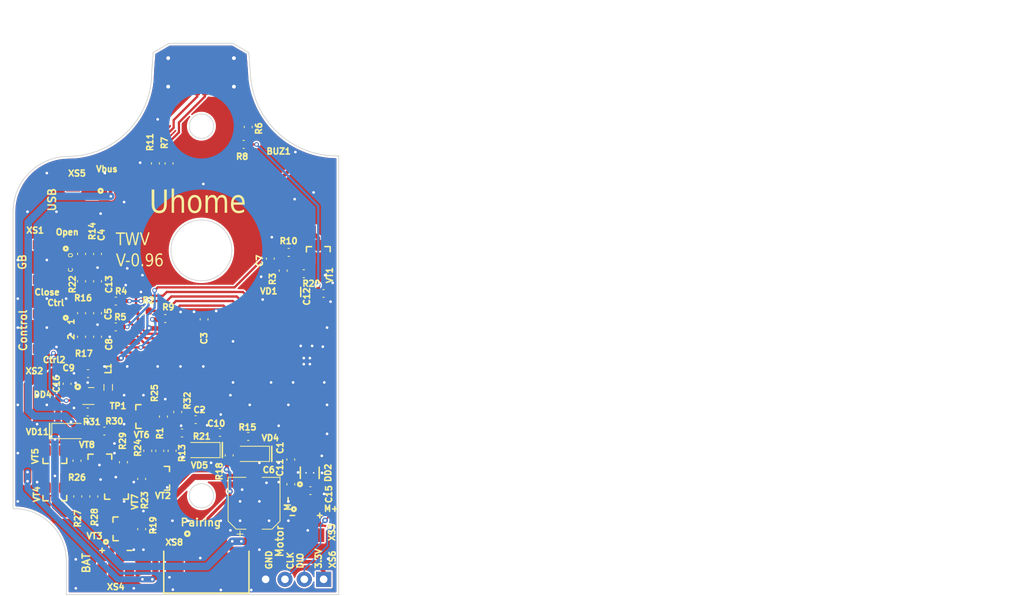
<source format=kicad_pcb>
(kicad_pcb (version 20240108) (generator "pcbnew") (generator_version "8.0")
  (title_block (title "TWV") (date "2024-04-04") (rev "V-0.96") (company "UHome"))
  (layers (0 "F.Cu" signal) (31 "B.Cu" signal) (34 "B.Paste" user) (35 "F.Paste" user) (36 "B.SilkS" user "B.Silkscreen") (37 "F.SilkS" user "F.Silkscreen") (38 "B.Mask" user) (39 "F.Mask" user) (44 "Edge.Cuts" user))
  (net 0 "")
  (net 1 "GND")
  (net 2 "Net-(BUZ1--)")
  (net 3 "/BATTERY")
  (net 4 "/OPEN")
  (net 5 "/CONTROL")
  (net 6 "/CONTROL2")
  (net 7 "/BUTTON")
  (net 8 "/CLOSE")
  (net 9 "VBUS")
  (net 10 "/M+")
  (net 11 "/M-")
  (net 12 "VBAT_SW")
  (net 15 "/LED")
  (net 17 "/SWDIO")
  (net 18 "/SWDCLK")
  (net 19 "/IN2")
  (net 20 "/IN1")
  (net 21 "/NSLEEP")
  (net 26 "/DCDC_MODE")
  (net 28 "/EN_VBAT_ADC")
  (net 29 "/VBUS_DETECT")
  (net 30 "/BUZ")
  (net 50 "Net-(DD4-SW)")
  (net 51 "Net-(DD4-VSET)")
  (net 52 "Net-(R1-Pad1)")
  (net 53 "/XS1.1")
  (net 54 "/XS1.3")
  (net 55 "/XS2.1")
  (net 56 "/XS2.3")
  (net 57 "Net-(VT4-G)")
  (net 58 "Net-(VT1-G)")
  (net 59 "Net-(VT6-D)")
  (net 60 "Net-(VT3-D)")
  (net 61 "Net-(VT4-S)")
  (net 62 "Net-(R15-Pad1)")
  (net 63 "Net-(XS7-CC1)")
  (net 64 "Net-(VD1-A)")
  (net 65 "Net-(VT3-G)")
  (net 66 "Net-(XS7-CC2)")
  (net 67 "Net-(VT2-D)")
  (net 68 "Net-(VT2-G)")
  (net 69 "Net-(VT6-G)")
  (net 70 "Net-(VT8-D)")
  (net 73 "Net-(DD4-STOP)")
  (net 74 "Net-(VT7-D)")
  (net 75 "Net-(VT7-G)")
  (net 77 "+3.3V")
  (net 78 "/PU_OPEN")
  (net 79 "/PU_CLOSE")
  (net 80 "/PU_CONTROL")
  (net 81 "/PU_CONTROL2")
  (net 82 "VBAT")
  (footprint "TWV:HOLYIOT-18039" (layer "F.Cu") (at 79.309999 64.296942 -90)
    (property "Reference" "DD1" (hide yes))
    (property "Value" "HOLYIOT-18039" (hide yes))
  )
  (footprint "TWV:BM02B-SRSS-TB" (layer "F.Cu") (at 54.609999 42.896942 -90)
    (property "Reference" "XS5")
    (property "Value" "BM02B-SRSS-TB")
  )
  (footprint "TWV:R_0603_1608Metric" (layer "F.Cu") (at 79.709998 52.096941 90)
    (property "Reference" "R3")
    (property "Value" "330R")
  )
  (footprint "TWV:R_0603_1608Metric" (layer "F.Cu") (at 74.509998 35.496941)
    (property "Reference" "R8")
    (property "Value" "470K 1%")
  )
  (footprint "TWV:R_0603_1608Metric" (layer "F.Cu") (at 82.409998 52.496941)
    (property "Reference" "R20")
    (property "Value" "1K")
  )
  (footprint "TWV:Q_SOT-23" (layer "F.Cu") (at 49.708899 81.593342 -90)
    (property "Reference" "VT4")
    (property "Value" "~")
  )
  (footprint "TWV:BM02B-SRSS-TB" (layer "F.Cu") (at 57.708899 88.868342)
    (property "Reference" "XS4")
    (property "Value" "~")
  )
  (footprint "TWV:R_0603_1608Metric" (layer "F.Cu") (at 57.709998 59.496941)
    (property "Reference" "R5")
    (property "Value" "470K 1%")
  )
  (footprint "TWV:R_0603_1608Metric" (layer "F.Cu") (at 62.909998 37.996941 90)
    (property "Reference" "R11")
    (property "Value" "5.1K")
  )
  (footprint "TWV:C_0603_1608Metric" (layer "F.Cu") (at 55.309998 60.796941 90)
    (property "Reference" "C8")
    (property "Value" "1uF")
  )
  (footprint "TWV:R_0603_1608Metric" (layer "F.Cu") (at 57.709998 56.096941)
    (property "Reference" "R4")
    (property "Value" "470K 1%")
  )
  (footprint "TWV:C_0603_1608Metric" (layer "F.Cu") (at 80.703178 76.938167 -90)
    (property "Reference" "C1")
    (property "Value" "0.1uF 50V")
  )
  (footprint "TWV:R_0603_1608Metric" (layer "F.Cu") (at 53.209998 57.693342 -90)
    (property "Reference" "R16")
    (property "Value" "1K")
  )
  (footprint "TWV:C_0603_1608Metric" (layer "F.Cu") (at 85.009998 55.096941)
    (property "Reference" "C12")
    (property "Value" "1uF")
  )
  (footprint "TWV:PKMCS0909E4000-R1" (layer "F.Cu") (at 82.309999 42.493342 -90)
    (property "Reference" "BUZ1")
    (property "Value" "~")
  )
  (footprint "TWV:BM02B-SRSS-TB" (layer "F.Cu") (at 82.708899 84.368342)
    (property "Reference" "XS3")
    (property "Value" "BM02B-SRSS-TB")
  )
  (footprint "TWV:CP_Elec_6.3x7.7" (layer "F.Cu") (at 75.880348 82.693342 90)
    (property "Reference" "C6")
    (property "Value" "220uF 16V")
  )
  (footprint "TWV:VSON-8" (layer "F.Cu") (at 54.108899 68.580842)
    (property "Reference" "DD4")
    (property "Value" "~")
  )
  (footprint "TWV:Q_SOT-23" (layer "F.Cu") (at 61.108899 71.293342 180)
    (property "Reference" "VT6")
    (property "Value" "~")
  )
  (footprint "TWV:BM03B-SRSS-TB" (layer "F.Cu") (at 50.233899 60.093342 -90)
    (property "Reference" "XS2")
    (property "Value" "BM03B-SRSS-TB")
  )
  (footprint "TWV:C_0603_1608Metric" (layer "F.Cu") (at 55.309998 53.496941 90)
    (property "Reference" "C13")
    (property "Value" "1uF")
  )
  (footprint "TWV:R_0603_1608Metric" (layer "F.Cu") (at 53.209998 49.896941 -90)
    (property "Reference" "R14")
    (property "Value" "1K")
  )
  (footprint "TWV:R_0603_1608Metric" (layer "F.Cu") (at 54.008899 70.680842 180)
    (property "Reference" "R31")
    (property "Value" "267K 1%")
  )
  (footprint "TWV:TEST_POINT_2MM" (layer "F.Cu") (at 57.009999 40.296942)
    (property "Reference" "TP8" (hide yes))
    (property "Value" "TEST_POINT_2MM")
  )
  (footprint "TWV:C_0603_1608Metric" (layer "F.Cu") (at 55.309998 57.693342 -90)
    (property "Reference" "C5")
    (property "Value" "1uF")
  )
  (footprint "TWV:R_0603_1608Metric" (layer "F.Cu") (at 61.908899 75.793342 -90)
    (property "Reference" "R24")
    (property "Value" "267K 1%")
  )
  (footprint "TWV:R_0603_1608Metric" (layer "F.Cu") (at 64.709998 37.996941 90)
    (property "Reference" "R7")
    (property "Value" "5.1K")
  )
  (footprint "TWV:Q_SOT-23" (layer "F.Cu") (at 84.309998 49.696941 90)
    (property "Reference" "VT1")
    (property "Value" "~")
  )
  (footprint "TWV:D_SOD-123F" (layer "F.Cu") (at 51.508899 73.193342)
    (property "Reference" "VD11")
    (property "Value" "~")
  )
  (footprint "TWV:F1003WR-S-04PNLNG1GT0R" (layer "F.Cu") (at 69.609999 88.996942)
    (property "Reference" "XS8")
    (property "Value" "~" (hide yes))
  )
  (footprint "TWV:R_0603_1608Metric" (layer "F.Cu") (at 53.209998 53.493342 90)
    (property "Reference" "R22")
    (property "Value" "1K")
  )
  (footprint "TWV:R_0603_1608Metric" (layer "F.Cu") (at 72.609999 76.396942 90)
    (property "Reference" "R18")
    (property "Value" "1K")
  )
  (footprint "TWV:R_0603_1608Metric" (layer "F.Cu") (at 61.108899 79.493342 -90)
    (property "Reference" "R23")
    (property "Value" "470K 1%")
  )
  (footprint "TWV:TEST_POINT_2MM" (layer "F.Cu") (at 53.208899 47.893342)
    (property "Reference" "TP4" (hide yes))
    (property "Value" "TEST_POINT_2MM")
  )
  (footprint "TWV:R_0603_1608Metric" (layer "F.Cu") (at 53.209998 60.796941 90)
    (property "Reference" "R17")
    (property "Value" "1K")
  )
  (footprint "TWV:C_0603_1608Metric" (layer "F.Cu") (at 55.309998 49.896941 -90)
    (property "Reference" "C4")
    (property "Value" "1uF")
  )
  (footprint "TWV:R_0603_1608Metric" (layer "F.Cu") (at 75.114182 73.902981)
    (property "Reference" "R15")
    (property "Value" "470K 1%")
  )
  (footprint "TWV:R_0603_1608Metric" (layer "F.Cu") (at 63.971399 71.293342 90)
    (property "Reference" "R25")
    (property "Value" "470K 1%")
  )
  (footprint "TWV:R_0603_1608Metric" (layer "F.Cu") (at 61.108899 86.093342 90)
    (property "Reference" "R19")
    (property "Value" "1K")
  )
  (footprint "TWV:R_0603_1608Metric" (layer "F.Cu") (at 56.208899 73.193342)
    (property "Reference" "R30")
    (property "Value" "470K 1%")
  )
  (footprint "TWV:D_SOD-123F" (layer "F.Cu") (at 75.708899 76.193342 180)
    (property "Reference" "VD4")
    (property "Value" "SD103CW-AQ")
  )
  (footprint "TWV:BM03B-SRSS-TB" (layer "F.Cu") (at 50.233899 50.993342 -90)
    (property "Reference" "XS1")
    (property "Value" "BM03B-SRSS-TB")
  )
  (footprint "TWV:R_0603_1608Metric" (layer "F.Cu") (at 66.409999 73.443342)
    (property "Reference" "R21")
    (property "Value" "1K")
  )
  (footprint "TWV:R_0603_1608Metric" (layer "F.Cu") (at 64.209998 58.396941)
    (property "Reference" "R9")
    (property "Value" "470K 1%")
  )
  (footprint "TWV:C_0603_1608Metric" (layer "F.Cu") (at 69.309998 58.496941 90)
    (property "Reference" "C3")
    (property "Value" "0.1uF 50V")
  )
  (footprint "TWV:R_0603_1608Metric" (layer "F.Cu") (at 52.708899 81.793342 90)
    (property "Reference" "R27")
    (property "Value" "470K 1%")
  )
  (footprint "TWV:TEST_POINT_2MM" (layer "F.Cu") (at 56.209999 69.796942)
    (property "Reference" "TP1")
    (property "Value" "TEST_POINT_2MM")
  )
  (footprint "TWV:WSON-8" (layer "F.Cu") (at 83.208899 78.693342 90)
    (property "Reference" "DD2")
    (property "Value" "~")
  )
  (footprint "TWV:TEST_POINT_2MM" (layer "F.Cu") (at 84.308899 82.693342)
    (property "Reference" "TP6" (hide yes))
    (property "Value" "TEST_POINT_2MM")
  )
  (footprint "TWV:C_0603_1608Metric" (layer "F.Cu") (at 51.307799 66.977242 90)
    (property "Reference" "C16")
    (property "Value" "10uF 10V")
  )
  (footprint "TWV:Q_SOT-23" (layer "F.Cu") (at 57.808899 81.393342 -90)
    (property "Reference" "VT7")
    (property "Value" "~")
  )
  (footprint "TWV:LED_0603" (layer "F.Cu") (at 80.509998 54.896941 180)
    (property "Reference" "VD1")
    (property "Value" "~")
  )
  (footprint "TWV:Q_SOT-23" (layer "F.Cu") (at 58.107799 86.064742 180)
    (property "Reference" "VT3")
    (property "Value" "~")
  )
  (footprint "TWV:Q_SOT-23" (layer "F.Cu") (at 49.708899 76.693342 -90)
    (property "Reference" "VT5")
    (property "Value" "~")
  )
  (footprint "TWV:918-418K2023S40026" (layer "F.Cu") (at 68.909999 27.896942)
    (property "Reference" "XS7" (hide yes))
    (property "Value" "918-418K2023S40026" (hide yes))
  )
  (footprint "TWV:R_0603_1608Metric" (layer "F.Cu") (at 65.108899 75.793342 90)
    (property "Reference" "R13")
    (property "Value" "470K 1%")
  )
  (footprint "TWV:TEST_POINT_2MM" (layer "F.Cu") (at 51.809998 62.096941)
    (property "Reference" "TP2" (hide yes))
    (property "Value" "TEST_POINT_2MM")
  )
  (footprint "TWV:R_0603_1608Metric" (layer "F.Cu") (at 63.483899 75.793342 -90)
    (property "Reference" "R1")
    (property "Value" "470K 1%")
  )
  (footprint "TWV:R_0603_1608Metric" (layer "F.Cu") (at 58.708899 77.293342 -90)
    (property "Reference" "R29")
    (property "Value" "470K 1%")
  )
  (footprint "TWV:L_0805_2012Metric" (layer "F.Cu") (at 56.708899 67.443342 90)
    (property "Reference" "L1")
    (property "Value" "2.2uH 1.8A")
  )
  (footprint "TWV:R_0603_1608Metric" (layer "F.Cu") (at 80.434998 49.696941 180)
    (property "Reference" "R10")
    (property "Value" "1K")
  )
  (footprint "TWV:C_0603_1608Metric" (layer "F.Cu") (at 54.058899 65.630842 180)
    (property "Reference" "C9")
    (property "Value" "10uF 10V")
  )
  (footprint "TWV:TEST_POINT_2MM" (layer "F.Cu") (at 50.509998 53.896941)
    (property "Reference" "TP5" (hide yes))
    (property "Value" "TEST_POINT_2MM")
  )
  (footprint "TWV:D_SOD-123F" (layer "F.Cu") (at 69.208899 75.693342 180)
    (property "Reference" "VD5")
    (property "Value" "SD103CW-AQ")
  )
  (footprint "TWV:TH1X4-2.54MM" (layer "F.Cu") (at 81.208899 92.693342 -90)
    (property "Reference" "XS6")
    (property "Value" "~" (hide yes))
  )
  (footprint "TWV:C_0603_1608Metric" (layer "F.Cu") (at 80.707799 80.189742 90)
    (property "Reference" "C11")
    (property "Value" "10uF 10V")
  )
  (footprint "TWV:TEST_POINT_2MM" (layer "F.Cu") (at 51.608899 57.193342)
    (property "Reference" "TP3" (hide yes))
    (property "Value" "TEST_POINT_2MM")
  )
  (footprint "TWV:TEST_POINT_2MM" (layer "F.Cu") (at 81.808899 82.593342)
    (property "Reference" "TP7" (hide yes))
    (property "Value" "TEST_POINT_2MM")
  )
  (footprint "TWV:R_0603_1608Metric" (layer "F.Cu") (at 75.109998 33.196941 90)
    (property "Reference" "R6")
    (property "Value" "470K 1%")
  )
  (footprint "TWV:Q_SOT-23" (layer "F.Cu") (at 55.608899 76.993342 90)
    (property "Reference" "VT8")
    (property "Value" "~")
  )
  (footprint "TWV:C_0603_1608Metric" (layer "F.Cu") (at 78.009998 50.521941 -90)
    (property "Reference" "C7")
    (property "Value" "0.1uF 50V")
  )
  (footprint "TWV:R_0603_1608Metric" (layer "F.Cu") (at 65.846399 70.693342 90)
    (property "Reference" "R32")
    (property "Value" "1K")
  )
  (footprint "TWV:R_0603_1608Metric" (layer "F.Cu") (at 54.808899 81.793342 90)
    (property "Reference" "R28")
    (property "Value" "470K 1%")
  )
  (footprint "TWV:Q_SOT-23" (layer "F.Cu") (at 64.008899 79.393342)
    (property "Reference" "VT2")
    (property "Value" "P-type")
  )
  (footprint "TWV:C_0603_1608Metric" (layer "F.Cu") (at 71.396399 73.380842 180)
    (property "Reference" "C10")
    (property "Value" "1uF")
  )
  (footprint "TWV:C_0603_1608Metric" (layer "F.Cu") (at 68.208899 71.693342)
    (property "Reference" "C2")
    (property "Value" "1uF")
  )
  (footprint "TWV:R_0603_1608Metric" (layer "F.Cu") (at 52.608899 77.093342 -90)
    (property "Reference" "R26")
    (property "Value" "470K 1%")
  )
  (footprint "TWV:C_0603_1608Metric" (layer "F.Cu") (at 83.280531 81.032293)
    (property "Reference" "C15")
    (property "Value" "0.1uF 50V")
  )
  (footprint "TWV:R_0603_1608Metric" (layer "F.Cu") (at 61.209998 57.396941)
    (property "Reference" "R2")
    (property "Value" "470K 1%")
  )
  (gr_poly (pts (xy 82.409998 77.896941) (xy 82.109998 77.896941) (xy 80.909998 76.696941) (xy 80.909998 76.396941) (xy 81.009998 76.396941) (xy 82.409998 77.796941)) (stroke (width 0.05)) (fill solid) (layer "F.Cu") (net 77))
  (gr_poly (pts (xy 55.509998 66.996941) (xy 55.509998 66.696941) (xy 56.109413 66.097526) (xy 56.309998 66.096941) (xy 56.309998 66.296941) (xy 55.609998 66.996941)) (stroke (width 0.2)) (fill solid) (layer "F.Cu") (net 77))
  (gr_poly (pts (xy 55.009998 68.296941) (xy 55.409998 68.296941) (xy 55.709998 67.996941) (xy 56.209998 67.996941) (xy 56.309998 68.096941) (xy 56.309998 68.896941) (xy 55.709998 68.896941) (xy 55.209998 68.396941) (xy 55.009998 68.396941)) (stroke (width 0.2)) (fill solid) (layer "F.Cu") (net 50))
  (gr_poly (pts (xy 82.509998 77.596941) (xy 82.609998 77.496941) (xy 82.609998 76.496941) (xy 81.709998 75.596941) (xy 81.009998 75.596941) (xy 80.809998 75.796941) (xy 81.109998 76.096941) (xy 81.309998 76.096941) (xy 81.309998 76.396941)) (stroke (width 0.05)) (fill solid) (layer "F.Cu") (net 77))
  (gr_line (start 54.858899 65.630842) (end 54.858899 67.630842) (stroke (width 0.6)) (layer "F.Cu") (net 77))
  (gr_poly (pts (xy 53.209998 68.296941) (xy 52.709998 68.296941) (xy 51.909998 67.496941) (xy 51.409998 67.496941) (xy 51.109998 67.796941) (xy 51.109998 68.096941) (xy 51.709998 68.696941) (xy 52.609998 68.696941) (xy 52.909998 68.396941) (xy 53.109998 68.396941)) (stroke (width 0.2)) (fill solid) (layer "F.Cu") (net 12))
  (gr_poly (pts (xy 82.168874 77.664213) (xy 82.168874 77.424866) (xy 82.255533 77.338207) (xy 81.972858 77.338207) (xy 81.956351 77.354714) (xy 81.956351 77.43312) (xy 82.009998 77.486767) (xy 82.009998 77.505337)) (stroke (width 0.01)) (fill solid) (layer "F.Cu") (net 77))
  (gr_line (start 55.609999 88.896942) (end 56.209999 88.896942) (stroke (width 0.2)) (layer "F.SilkS"))
  (gr_line (start 84.809999 84.296942) (end 84.209999 84.296942) (stroke (width 0.2)) (layer "F.SilkS"))
  (gr_line (start 84.509999 84.596942) (end 84.509999 83.996942) (stroke (width 0.2)) (layer "F.SilkS"))
  (gr_line (start 81.209999 84.296942) (end 80.609999 84.296942) (stroke (width 0.2)) (layer "F.SilkS"))
  (gr_line (start 59.209999 88.896942) (end 59.809999 88.896942) (stroke (width 0.2)) (layer "F.SilkS"))
  (gr_line (start 55.909999 88.596942) (end 55.909999 89.196942) (stroke (width 0.2)) (layer "F.SilkS"))
  (gr_arc (start 44.209998 83.396941) (mid 49.118325 85.347193) (end 51.209999 90.196942) (stroke (width 0.1)) (layer "Edge.Cuts"))
  (gr_line (start 62.622189 23.402342) (end 62.434999 25.871942) (stroke (width 0.1)) (layer "Edge.Cuts"))
  (gr_line (start 87.010001 88.127828) (end 87.010001 94.696941) (stroke (width 0.1)) (layer "Edge.Cuts"))
  (gr_line (start 73.084999 22.196942) (end 64.709999 22.196942) (stroke (width 0.1)) (layer "Edge.Cuts"))
  (gr_line (start 62.434999 25.871942) (end 62.392995 26.930942) (stroke (width 0.1)) (layer "Edge.Cuts"))
  (gr_line (start 44.209999 44.396942) (end 44.209998 83.396941) (stroke (width 0.1)) (layer "Edge.Cuts"))
  (gr_line (start 75.384999 25.971942) (end 75.18118 23.407174) (stroke (width 0.1)) (layer "Edge.Cuts"))
  (gr_arc (start 62.392994 26.930941) (mid 59.231364 33.800109) (end 52.393999 37.029942) (stroke (width 0.1)) (layer "Edge.Cuts"))
  (gr_circle (center 68.959999 81.704942) (end 70.559999 81.704942) (stroke (width 0.1)) (fill none) (layer "Edge.Cuts"))
  (gr_line (start 64.709999 22.196942) (end 62.622189 23.402342) (stroke (width 0.1)) (layer "Edge.Cuts"))
  (gr_line (start 87.010001 88.127828) (end 87.010001 72.396941) (stroke (width 0.1)) (layer "Edge.Cuts"))
  (gr_arc (start 87.010001 37.0017) (mid 78.928053 33.878745) (end 75.385 25.971944) (stroke (width 0.1)) (layer "Edge.Cuts"))
  (gr_line (start 87.010001 72.396941) (end 87.010001 56.196943) (stroke (width 0.1)) (layer "Edge.Cuts"))
  (gr_arc (start 44.209999 44.396942) (mid 46.305442 39.238096) (end 51.434999 37.071942) (stroke (width 0.1)) (layer "Edge.Cuts"))
  (gr_line (start 87.010001 56.196943) (end 87.010001 37.0017) (stroke (width 0.1)) (layer "Edge.Cuts"))
  (gr_line (start 51.209999 94.696942) (end 86.709999 94.696942) (stroke (width 0.1)) (layer "Edge.Cuts"))
  (gr_line (start 52.393999 37.029942) (end 51.434999 37.071942) (stroke (width 0.1)) (layer "Edge.Cuts"))
  (gr_line (start 75.18118 23.407174) (end 73.084999 22.196942) (stroke (width 0.1)) (layer "Edge.Cuts"))
  (gr_circle (center 68.959999 49.426942) (end 72.959999 49.426942) (stroke (width 0.1)) (fill none) (layer "Edge.Cuts"))
  (gr_line (start 51.209999 90.196942) (end 51.209999 94.696942) (stroke (width 0.1)) (layer "Edge.Cuts"))
  (gr_line (start 87.010001 94.696941) (end 86.709999 94.696941) (stroke (width 0.1)) (layer "Edge.Cuts"))
  (gr_circle (center 68.959999 33.096942) (end 70.559999 33.096942) (stroke (width 0.1)) (fill none) (layer "Edge.Cuts"))
  (gr_text "Ctrl2" (at 48.009998 64.296941 0) (layer "F.SilkS") (effects (font (size 0.8 0.8) (thickness 0.2) (bold yes)) (justify left bottom)))
  (gr_text "2  1" (at 52.309998 61.296941 90) (layer "F.SilkS") (effects (font (size 0.8 0.8) (thickness 0.2) (bold yes)) (justify left bottom)))
  (gr_text "Vbus" (at 55.009998 39.196941 0) (layer "F.SilkS") (effects (font (size 0.8 0.8) (thickness 0.2) (bold yes)) (justify left bottom)))
  (gr_text "Pairing" (at 66.109998 85.796941 0) (layer "F.SilkS") (effects (font (size 1 1) (thickness 0.2) (bold yes)) (justify left bottom)))
  (gr_text "Open" (at 49.709998 47.496941 0) (layer "F.SilkS") (effects (font (size 0.8 0.8) (thickness 0.2) (bold yes)) (justify left bottom)))
  (gr_text "USB" (at 49.909998 44.396941 90) (layer "F.SilkS") (effects (font (size 1 1) (thickness 0.2) (bold yes)) (justify left bottom)))
  (gr_text "GND" (at 78.309998 91.496941 90) (layer "F.SilkS") (effects (font (size 0.8 0.8) (thickness 0.2) (bold yes)) (justify left bottom)))
  (gr_text "c  o" (at 52.109999 52.396942 90) (layer "F.SilkS") (effects (font (size 0.8 0.8) (thickness 0.1)) (justify left bottom)))
  (gr_text "CLK" (at 81.109998 91.496941 90) (layer "F.SilkS") (effects (font (size 0.8 0.8) (thickness 0.2) (bold yes)) (justify left bottom)))
  (gr_text "Ctrl" (at 48.609998 56.796941 0) (layer "F.SilkS") (effects (font (size 0.8 0.8) (thickness 0.2) (bold yes)) (justify left bottom)))
  (gr_text "Motor" (at 79.809998 89.896941 90) (layer "F.SilkS") (effects (font (size 1 1) (thickness 0.2) (bold yes)) (justify left bottom)))
  (gr_text "DIO" (at 82.409998 91.396941 90) (layer "F.SilkS") (effects (font (size 0.8 0.8) (thickness 0.2) (bold yes)) (justify left bottom)))
  (gr_text "GB" (at 46.009998 52.096941 90) (layer "F.SilkS") (effects (font (size 1 1) (thickness 0.2) (bold yes)) (justify left bottom)))
  (gr_text "Close" (at 46.909998 55.396941 0) (layer "F.SilkS") (effects (font (size 0.8 0.8) (thickness 0.2) (bold yes)) (justify left bottom)))
  (gr_text "3.3V" (at 84.809998 91.396941 90) (layer "F.SilkS") (effects (font (size 0.8 0.8) (thickness 0.2) (bold yes)) (justify left bottom)))
  (gr_text "BAT" (at 54.409999 91.996942 90) (layer "F.SilkS") (effects (font (size 1 1) (thickness 0.2) (bold yes)) (justify left bottom)))
  (gr_text "TWV\nV-0.96" (at 57.709998 51.796941 0) (layer "F.SilkS") (effects (font (size 1.65 1.4) (thickness 0.1)) (justify left bottom)))
  (gr_text "Uhome" (at 62.109998 44.996941 0) (layer "F.SilkS") (effects (font (size 3 2.55) (thickness 0.1)) (justify left bottom)))
  (gr_text "M+" (at 84.948143 83.855559 0) (layer "F.SilkS") (effects (font (size 0.8 0.8) (thickness 0.2) (bold yes)) (justify left bottom)))
  (gr_text "Control" (at 46.109998 62.796941 90) (layer "F.SilkS") (effects (font (size 1 1) (thickness 0.2) (bold yes)) (justify left bottom)))
  (gr_text "M-" (at 80.763379 83.788322 90) (layer "F.SilkS") (effects (font (size 0.8 0.8) (thickness 0.2) (bold yes)) (justify left bottom)))
  (segment (start 56.558899 77.930842) (end 56.558899 77.543342) (width 0.5) (layer "F.Cu") (net 1))
  (segment (start 85.909999 55.221942) (end 85.784998 55.096941) (width 0.5) (layer "F.Cu") (net 1))
  (segment (start 57.633899 76.468342) (end 58.708899 76.468342) (width 0.5) (layer "F.Cu") (net 1))
  (segment (start 64.183899 70.255842) (end 63.971399 70.468342) (width 0.5) (layer "F.Cu") (net 1))
  (segment (start 65.108899 76.618342) (end 66.883899 76.618342) (width 0.5) (layer "F.Cu") (net 1))
  (segment (start 53.458899 67.830842) (end 53.876099 67.830842) (width 0.25) (layer "F.Cu") (net 1))
  (segment (start 80.707799 77.717788) (end 80.703178 77.713167) (width 0.8) (layer "F.Cu") (net 1))
  (segment (start 74.713597 79.993342) (end 74.309999 80.39694) (width 0.8) (layer "F.Cu") (net 1))
  (segment (start 56.558899 77.543342) (end 57.633899 76.468342) (width 0.5) (layer "F.Cu") (net 1))
  (segment (start 83.958899 79.643342) (end 83.958899 78.744442) (width 0.25) (layer "F.Cu") (net 1))
  (segment (start 55.309998 58.468342) (end 55.309998 60.021941) (width 0.4) (layer "F.Cu") (net 1))
  (segment (start 77.506399 79.993342) (end 77.509999 79.996942) (width 1) (layer "F.Cu") (net 1))
  (segment (start 55.534998 60.021941) (end 55.309998 60.021941) (width 0.4) (layer "F.Cu") (net 1))
  (segment (start 51.879199 65.630842) (end 51.307799 66.202242) (width 1) (layer "F.Cu") (net 1))
  (segment (start 53.458899 67.396942) (end 54.009999 67.396942) (width 0.25) (layer "F.Cu") (net 1))
  (segment (start 56.858899 78.230842) (end 56.558899 77.930842) (width 0.5) (layer "F.Cu") (net 1))
  (segment (start 56.858899 80.455842) (end 56.858899 78.230842) (width 0.5) (layer "F.Cu") (net 1))
  (segment (start 53.809999 66.996942) (end 53.509999 66.696942) (width 0.25) (layer "F.Cu") (net 1))
  (segment (start 53.409999 67.196942) (end 53.458899 67.245842) (width 0.25) (layer "F.Cu") (net 1))
  (segment (start 76.001748 80.114742) (end 75.880348 79.993342) (width 0.8) (layer "F.Cu") (net 1))
  (segment (start 53.283899 65.630842) (end 51.879199 65.630842) (width 1) (layer "F.Cu") (net 1))
  (segment (start 68.983899 71.693342) (end 68.983899 71.743342) (width 0.6) (layer "F.Cu") (net 1))
  (segment (start 53.458899 67.396942) (end 52.809999 67.396942) (width 0.25) (layer "F.Cu") (net 1))
  (segment (start 54.009999 67.696942) (end 54.009999 67.396942) (width 0.25) (layer "F.Cu") (net 1))
  (segment (start 82.708899 78.693342) (end 81.429199 78.693342) (width 0.8) (layer "F.Cu") (net 1))
  (segment (start 75.880348 79.993342) (end 77.506399 79.993342) (width 1) (layer "F.Cu") (net 1))
  (segment (start 74.309999 80.39694) (end 74.309999 80.896942) (width 0.8) (layer "F.Cu") (net 1))
  (segment (start 68.983899 71.743342) (end 70.621399 73.380842) (width 0.6) (layer "F.Cu") (net 1))
  (segment (start 55.259998 59.971941) (end 55.309998 60.021941) (width 0.2) (layer "F.Cu") (net 1))
  (segment (start 83.708899 78.693342) (end 84.009999 78.693342) (width 0.8) (layer "F.Cu") (net 1))
  (segment (start 53.458899 67.396942) (end 53.458899 67.830842) (width 0.25) (layer "F.Cu") (net 1))
  (segment (start 52.709999 67.596942) (end 52.709999 67.396942) (width 0.25) (layer "F.Cu") (net 1))
  (segment (start 53.283899 65.630842) (end 53.283899 66.870842) (width 1) (layer "F.Cu") (net 1))
  (segment (start 53.809999 67.196942) (end 53.809999 66.996942) (width 0.25) (layer "F.Cu") (net 1))
  (segment (start 53.809999 67.196942) (end 53.409999 67.196942) (width 0.25) (layer "F.Cu") (net 1))
  (segment (start 63.846399 70.343342) (end 63.971399 70.468342) (width 0.5) (layer "F.Cu") (net 1))
  (segment (start 81.429199 78.693342) (end 81.429199 78.439188) (width 0.8) (layer "F.Cu") (net 1))
  (segment (start 80.707799 79.414742) (end 80.707799 77.717788) (width 0.8) (layer "F.Cu") (net 1))
  (segment (start 81.429199 78.439188) (end 80.703178 77.713167) (width 0.8) (layer "F.Cu") (net 1))
  (segment (start 85.909999 57.546942) (end 85.909999 55.221942) (width 0.5) (layer "F.Cu") (net 1))
  (segment (start 84.009999 78.693342) (end 84.806399 78.693342) (width 0.8) (layer "F.Cu") (net 1))
  (segment (start 64.183899 67.693342) (end 64.183899 70.255842) (width 0.5) (layer "F.Cu") (net 1))
  (segment (start 55.309998 52.721941) (end 55.309998 50.671941) (width 0.4) (layer "F.Cu") (net 1))
  (segment (start 53.458899 67.830842) (end 52.943899 67.830842) (width 0.25) (layer "F.Cu") (net 1))
  (segment (start 83.958899 78.744442) (end 84.009999 78.693342) (width 0.3) (layer "F.Cu") (net 1))
  (segment (start 81.429199 78.693342) (end 80.707799 79.414742) (width 0.8) (layer "F.Cu") (net 1))
  (segment (start 84.806399 78.693342) (end 84.809999 78.696942) (width 0.8) (layer "F.Cu") (net 1))
  (segment (start 75.880348 79.993342) (end 74.713597 79.993342) (width 0.8) (layer "F.Cu") (net 1))
  (segment (start 53.876099 67.830842) (end 54.009999 67.696942) (width 0.25) (layer "F.Cu") (net 1))
  (segment (start 62.046399 70.343342) (end 63.846399 70.343342) (width 0.5) (layer "F.Cu") (net 1))
  (segment (start 52.943899 67.830842) (end 52.709999 67.596942) (width 0.25) (layer "F.Cu") (net 1))
  (segment (start 53.183899 70.680842) (end 53.070723 70.680842) (width 0.5) (layer "F.Cu") (net 1))
  (segment (start 52.909999 67.196942) (end 52.909999 66.796942) (width 0.25) (layer "F.Cu") (net 1))
  (segment (start 66.883899 76.618342) (end 67.808899 75.693342) (width 0.5) (layer "F.Cu") (net 1))
  (segment (start 52.709999 67.396942) (end 52.909999 67.196942) (width 0.25) (layer "F.Cu") (net 1))
  (segment (start 54.009999 67.396942) (end 53.809999 67.196942) (width 0.25) (layer "F.Cu") (net 1))
  (segment (start 53.283899 66.870842) (end 53.309999 66.896942) (width 1) (layer "F.Cu") (net 1))
  (segment (start 53.458899 67.245842) (end 53.458899 67.396942) (width 0.25) (layer "F.Cu") (net 1))
  (segment (start 52.909999 67.196942) (end 53.409999 67.196942) (width 0.25) (layer "F.Cu") (net 1))
  (via (at 61.339999 88.796942) (size 0.6) (drill 0.35) (layers "F.Cu" "B.Cu") (net 1))
  (via (at 70.229999 77.366942) (size 0.6) (drill 0.35) (layers "F.Cu" "B.Cu") (net 1))
  (via (at 82.409999 64.396942) (size 0.75) (drill 0.35) (layers "F.Cu" "B.Cu") (net 1))
  (via (at 76.809998 52.896941) (size 0.6) (drill 0.35) (layers "F.Cu" "B.Cu") (net 1))
  (via (at 82.929999 86.256942) (size 0.6) (drill 0.35) (layers "F.Cu" "B.Cu") (net 1))
  (via (at 54.010206 66.816331) (size 0.6) (drill 0.35) (layers "F.Cu" "B.Cu") (net 1))
  (via (at 48.639999 69.746942) (size 0.6) (drill 0.35) (layers "F.Cu" "B.Cu") (net 1))
  (via (at 85.109999 66.796942) (size 0.75) (drill 0.35) (layers "F.Cu" "B.Cu") (net 1))
  (via (at 79.119999 77.366942) (size 0.6) (drill 0.35) (layers "F.Cu" "B.Cu") (net 1))
  (via (at 75.509999 94.096942) (size 0.6) (drill 0.35) (layers "F.Cu" "B.Cu") (net 1))
  (via (at 77.849999 84.986942) (size 0.6) (drill 0.35) (layers "F.Cu" "B.Cu") (net 1))
  (via (at 86.209998 53.696941) (size 0.6) (drill 0.35) (layers "F.Cu" "B.Cu") (net 1))
  (via (at 55.276465 85.548315) (size 0.6) (drill 0.35) (layers "F.Cu" "B.Cu") (net 1))
  (via (at 56.909998 60.796941) (size 0.6) (drill 0.35) (layers "F.Cu" "B.Cu") (net 1))
  (via (at 85.469999 73.556942) (size 0.6) (drill 0.35) (layers "F.Cu" "B.Cu") (net 1))
  (via (at 72.769999 68.476942) (size 0.6) (drill 0.35) (layers "F.Cu" "B.Cu") (net 1))
  (via (at 49.909999 65.936942) (size 0.6) (drill 0.35) (layers "F.Cu" "B.Cu") (net 1))
  (via (at 69.708899 72.443342) (size 0.75) (drill 0.35) (layers "F.Cu" "B.Cu") (net 1))
  (via (at 46.099999 44.346942) (size 0.6) (drill 0.35) (layers "F.Cu" "B.Cu") (net 1))
  (via (at 81.209998 42.696941) (size 0.6) (drill 0.35) (layers "F.Cu" "B.Cu") (net 1))
  (via (at 60.069999 79.906942) (size 0.6) (drill 0.35) (layers "F.Cu" "B.Cu") (net 1))
  (via (at 66.220478 57.531253) (size 0.6) (drill 0.35) (layers "F.Cu" "B.Cu") (net 1))
  (via (at 80.389999 84.986942) (size 0.6) (drill 0.35) (layers "F.Cu" "B.Cu") (net 1))
  (via (at 73.109999 61.396942) (size 0.75) (drill 0.35) (layers "F.Cu" "B.Cu") (net 1))
  (via (at 77.509999 79.996942) (size 0.75) (drill 0.35) (layers "F.Cu" "B.Cu") (net 1))
  (via (at 44.829999 69.746942) (size 0.6) (drill 0.35) (layers "F.Cu" "B.Cu") (net 1))
  (via (at 61.209998 52.696941) (size 0.6) (drill 0.35) (layers "F.Cu" "B.Cu") (net 1))
  (via (at 74.039999 84.986942) (size 0.6) (drill 0.35) (layers "F.Cu" "B.Cu") (net 1))
  (via (at 61.339999 83.716942) (size 0.6) (drill 0.35) (layers "F.Cu" "B.Cu") (net 1))
  (via (at 83.708899 78.693342) (size 0.6) (drill 0.2) (layers "F.Cu" "B.Cu") (net 1))
  (via (at 44.829999 59.586942) (size 0.6) (drill 0.35) (layers "F.Cu" "B.Cu") (net 1))
  (via (at 72.769999 86.256942) (size 0.6) (drill 0.35) (layers "F.Cu" "B.Cu") (net 1))
  (via (at 60.909998 37.896941) (size 0.75) (drill 0.35) (layers "F.Cu" "B.Cu") (net 1))
  (via (at 58.799999 68.476942) (size 0.6) (drill 0.35) (layers "F.Cu" "B.Cu") (net 1))
  (via (at 78.109999 66.796942) (size 0.75) (drill 0.35) (layers "F.Cu" "B.Cu") (net 1))
  (via (at 44.829999 55.776942) (size 0.6) (drill 0.35) (layers "F.Cu" "B.Cu") (net 1))
  (via (at 83.209999 64.396942) (size 0.75) (drill 0.35) (layers "F.Cu" "B.Cu") (net 1))
  (via (at 74.039999 82.446942) (size 0.6) (drill 0.35) (layers "F.Cu" "B.Cu") (net 1))
  (via (at 59.009998 53.996941) (size 0.6) (drill 0.35) (layers "F.Cu" "B.Cu") (net 1))
  (via (at 56.209998 64.696941) (size 0.6) (drill 0.35) (layers "F.Cu" "B.Cu") (net 1))
  (via (at 47.369999 79.906942) (size 0.6) (drill 0.35) (layers "F.Cu" "B.Cu") (net 1))
  (via (at 76.579999 77.366942) (size 0.6) (drill 0.35) (layers "F.Cu" "B.Cu") (net 1))
  (via (at 71.509999 94.096942) (size 0.6) (drill 0.35) (layers "F.Cu" "B.Cu") (net 1))
  (via (at 85.209998 52.696941) (size 0.6) (drill 0.35) (layers "F.Cu" "B.Cu") (net 1))
  (via (at 67.986349 57.509978) (size 0.6) (drill 0.35) (layers "F.Cu" "B.Cu") (net 1))
  (via (at 61.009998 54.896941) (size 0.6) (drill 0.35) (layers "F.Cu" "B.Cu") (net 1))
  (via (at 65.149999 84.986942) (size 0.6) (drill 0.35) (layers "F.Cu" "B.Cu") (net 1))
  (via (at 63.209999 32.196942) (size 0.75) (drill 0.35) (layers "F.Cu" "B.Cu") (net 1))
  (via (at 48.639999 59.586942) (size 0.6) (drill 0.35) (layers "F.Cu" "B.Cu") (net 1))
  (via (at 81.009999 66.796942) (size 0.75) (drill 0.35) (layers "F.Cu" "B.Cu") (net 1))
  (via (at 48.639999 39.266942) (size 0.6) (drill 0.35) (layers "F.Cu" "B.Cu") (net 1))
  (via (at 77.009998 55.896941) (size 0.6) (drill 0.35) (layers "F.Cu" "B.Cu") (net 1))
  (via (at 67.23612 85.015079) (size 0.6) (drill 0.35) (layers "F.Cu" "B.Cu") (net 1))
  (via (at 59.209998 51.796941) (size 0.6) (drill 0.35) (layers "F.Cu" "B.Cu") (net 1))
  (via (at 68.809999 89.896942) (size 0.6) (drill 0.35) (layers "F.Cu" "B.Cu") (net 1))
  (via (at 71.499999 84.986942) (size 0.6) (drill 0.35) (layers "F.Cu" "B.Cu") (net 1))
  (via (at 52.209999 65.596942) (size 0.75) (drill 0.35) (layers "F.Cu" "B.Cu") (net 1))
  (via (at 55.709999 44.596942) (size 0.6) (drill 0.35) (layers "F.Cu" "B.Cu") (net 1))
  (via (at 73.109999 66.796942) (size 0.75) (drill 0.35) (layers "F.Cu" "B.Cu") (net 1))
  (via (at 44.829999 50.696942) (size 0.6) (drill 0.35) (layers "F.Cu" "B.Cu") (net 1))
  (via (at 85.0777 81.461538) (size 0.6) (drill 0.35) (layers "F.Cu" "B.Cu") (net 1))
  (via (at 64.208899 68.993342) (size 0.75) (drill 0.35) (layers "F.Cu" "B.Cu") (net 1))
  (via (at 69.209998 40.696941) (size 0.6) (drill 0.35) (layers "F.Cu" "B.Cu") (net 1))
  (via (at 59.209998 64.696941) (size 0.6) (drill 0.35) (layers "F.Cu" "B.Cu") (net 1))
  (via (at 68.981274 70.442501) (size 0.6) (drill 0.35) (layers "F.Cu" "B.Cu") (net 1))
  (via (at 69.209998 64.696941) (size 0.6) (drill 0.35) (layers "F.Cu" "B.Cu") (net 1))
  (via (at 55.558464 77.659383) (size 0.6) (drill 0.35) (layers "F.Cu" "B.Cu") (net 1))
  (via (at 66.209998 64.696941) (size 0.6) (drill 0.35) (layers "F.Cu" "B.Cu") (net 1))
  (via (at 79.119999 79.906942) (size 0.6) (drill 0.35) (layers "F.Cu" "B.Cu") (net 1))
  (via (at 78.209998 47.696941) (size 0.6) (drill 0.35) (layers "F.Cu" "B.Cu") (net 1))
  (via (at 49.909999 62.126942) (size 0.6) (drill 0.35) (layers "F.Cu" "B.Cu") (net 1))
  (via (at 58.799999 72.286942) (size 0.6) (drill 0.35) (layers "F.Cu" "B.Cu") (net 1))
  (via (at 64.759999 92.426942) (size 0.6) (drill 0.35) (layers "F.Cu" "B.Cu") (net 1))
  (via (at 49.909999 67.206942) (size 0.6) (drill 0.35) (layers "F.Cu" "B.Cu") (net 1))
  (via (at 47.369999 68.476942) (size 0.6) (drill 0.35) (layers "F.Cu" "B.Cu") (net 1))
  (via (at 48.639999 55.776942) (size 0.6) (drill 0.35) (layers "F.Cu" "B.Cu") (net 1))
  (via (at 52.421631 66.858882) (size 0.6) (drill 0.35) (layers "F.Cu" "B.Cu") (net 1))
  (via (at 85.469999 69.746942) (size 0.6) (drill 0.35) (layers "F.Cu" "B.Cu") (net 1))
  (via (at 55.309998 51.696941) (size 0.6) (drill 0.35) (layers "F.Cu" "B.Cu") (net 1))
  (via (at 84.809999 78.696942) (size 0.75) (drill 0.35) (layers "F.Cu" "B.Cu") (net 1))
  (via (at 60.069999 93.876942) (size 0.6) (drill 0.35) (layers "F.Cu" "B.Cu") (net 1))
  (via (at 84.777621 76.453768) (size 0.6) (drill 0.35) (layers "F.Cu" "B.Cu") (net 1))
  (via (at 80.389999 69.746942) (size 0.6) (drill 0.35) (layers "F.Cu" "B.Cu") (net 1))
  (via (at 65.149999 87.526942) (size 0.6) (drill 0.35) (layers "F.Cu" "B.Cu") (net 1))
  (via (at 63.209998 64.696941) (size 0.6) (drill 0.35) (layers "F.Cu" "B.Cu") (net 1))
  (via (at 84.909999 62.096942) (size 0.75) (drill 0.35) (layers "F.Cu" "B.Cu") (net 1))
  (via (at 82.409999 63.596942) (size 0.75) (drill 0.35) (layers "F.Cu" "B.Cu") (net 1))
  (via (at 70.9011 57.4036) (size 0.6) (drill 0.35) (layers "F.Cu" "B.Cu") (net 1))
  (via (at 80.389999 82.446942) (size 0.6) (drill 0.35) (layers "F.Cu" "B.Cu") (net 1))
  (via (at 57.529999 76.096942) (size 0.6) (drill 0.35) (layers "F.Cu" "B.Cu") (net 1))
  (via (at 44.829999 82.446942) (size 0.6) (drill 0.35) (layers "F.Cu" "B.Cu") (net 1))
  (via (at 79.109999 72.496942) (size 0.6) (drill 0.35) (layers "F.Cu" "B.Cu") (net 1))
  (via (at 52.449999 93.876942) (size 0.6) (drill 0.35) (layers "F.Cu" "B.Cu") (net 1))
  (via (at 76.579999 88.796942) (size 0.6) (drill 0.35) (layers "F.Cu" "B.Cu") (net 1))
  (via (at 44.829999 76.096942) (size 0.6) (drill 0.35) (layers "F.Cu" "B.Cu") (net 1))
  (via (at 51.179999 55.776942) (size 0.6) (drill 0.35) (layers "F.Cu" "B.Cu") (net 1))
  (via (at 85.929531 56.177407) (size 0.6) (drill 0.35) (layers "F.Cu" "B.Cu") (net 1))
  (via (at 55.309998 59.196941) (size 0.6) (drill 0.35) (layers "F.Cu" "B.Cu") (net 1))
  (via (at 47.369999 72.286942) (size 0.6) (drill 0.35) (layers "F.Cu" "B.Cu") (net 1))
  (via (at 74.309999 80.896942) (size 0.75) (drill 0.35) (layers "F.Cu" "B.Cu") (net 1))
  (via (at 55.706834 79.573066) (size 0.6) (drill 0.35) (layers "F.Cu" "B.Cu") (net 1))
  (via (at 81.309998 36.496941) (size 0.6) (drill 0.35) (layers "F.Cu" "B.Cu") (net 1))
  (via (at 58.799999 43.076942) (size 0.6) (drill 0.35) (layers "F.Cu" "B.Cu") (net 1))
  (via (at 57.706736 79.253933) (size 0.6) (drill 0.35) (layers "F.Cu" "B.Cu") (net 1))
  (via (at 83.209999 63.596942) (size 0.75) (drill 0.35) (layers "F.Cu" "B.Cu") (net 1))
  (via (at 52.209998 70.155842) (size 0.75) (drill 0.35) (layers "F.Cu" "B.Cu") (net 1))
  (via (at 51.760218 60.430509) (size 0.6) (drill 0.35) (layers "F.Cu" "B.Cu") (net 1))
  (via (at 52.449999 90.066942) (size 0.6) (drill 0.35) (layers "F.Cu" "B.Cu") (net 1))
  (via (at 71.499999 71.016942) (size 0.6) (drill 0.35) (layers "F.Cu" "B.Cu") (net 1))
  (via (at 83.699999 41.806942) (size 0.6) (drill 0.35) (layers "F.Cu" "B.Cu") (net 1))
  (via (at 58.799999 82.446942) (size 0.6) (drill 0.35) (layers "F.Cu" "B.Cu") (net 1))
  (via (at 76.579999 82.446942) (size 0.6) (drill 0.35) (layers "F.Cu" "B.Cu") (net 1))
  (via (at 60.069999 88.796942) (size 0.6) (drill 0.35) (layers "F.Cu" "B.Cu") (net 1))
  (via (at 62.609998 86.096941) (size 0.6) (drill 0.35) (layers "F.Cu" "B.Cu") (net 1))
  (via (at 85.469999 59.586942) (size 0.6) (drill 0.35) (layers "F.Cu" "B.Cu") (net 1))
  (via (at 61.339999 68.476942) (size 0.6) (drill 0.35) (layers "F.Cu" "B.Cu") (net 1))
  (via (at 83.509999 61.996942) (size 0.75) (drill 0.35) (layers "F.Cu" "B.Cu") (net 1))
  (via (at 66.508899 76.593342) (size 0.75) (drill 0.35) (layers "F.Cu" "B.Cu") (net 1))
  (via (at 66.297762 72.492047) (size 0.6) (drill 0.35) (layers "F.Cu" "B.Cu") (net 1))
  (via (at 82.708899 78.693342) (size 0.6) (drill 0.2) (layers "F.Cu" "B.Cu") (net 1))
  (via (at 54.10779 72.035934) (size 0.6) (drill 0.35) (layers "F.Cu" "B.Cu") (net 1))
  (via (at 82.009999 61.996942) (size 0.75) (drill 0.35) (layers "F.Cu" "B.Cu") (net 1))
  (via (at 75.309999 69.746942) (size 0.6) (drill 0.35) (layers "F.Cu" "B.Cu") (net 1))
  (via (at 65.20132 94.052516) (size 0.6) (drill 0.35) (layers "F.Cu" "B.Cu") (net 1))
  (via (at 85.609999 89.996942) (size 0.6) (drill 0.35) (layers "F.Cu" "B.Cu") (net 1))
  (via (at 64.467505 80.612385) (size 0.6) (drill 0.35) (layers "F.Cu" "B.Cu") (net 1))
  (via (at 57.529999 74.826942) (size 0.6) (drill 0.35) (layers "F.Cu" "B.Cu") (net 1))
  (via (at 48.639999 50.696942) (size 0.6) (drill 0.35) (layers "F.Cu" "B.Cu") (net 1))
  (via (at 81.659999 78.636942) (size 0.6) (drill 0.35) (layers "F.Cu" "B.Cu") (net 1))
  (via (at 56.259999 39.266942) (size 0.6) (drill 0.35) (layers "F.Cu" "B.Cu") (net 1))
  (via (at 49.909999 44.346942) (size 0.6) (drill 0.35) (layers "F.Cu" "B.Cu") (net 1))
  (segment (start 84.308899 48.755842) (end 84.308899 47.795842) (width 0.5) (layer "F.Cu") (net 2))
  (segment (start 82.109998 48.846941) (end 82.109998 47.043343) (width 0.5) (layer "F.Cu") (net 2))
  (segment (start 84.308899 47.795842) (end 83.356399 46.843342) (width 0.5) (layer "F.Cu") (net 2))
  (segment (start 81.259998 49.696941) (end 82.109998 48.846941) (width 0.5) (layer "F.Cu") (net 2))
  (segment (start 82.109998 47.043343) (end 82.309999 46.843342) (width 0.5) (layer "F.Cu") (net 2))
  (segment (start 83.356399 46.843342) (end 82.309999 46.843342) (width 0.5) (layer "F.Cu") (net 2))
  (segment (start 71.209999 66.496942) (end 70.709999 66.496942) (width 0.4) (layer "F.Cu") (net 3))
  (segment (start 67.433899 69.773042) (end 67.433899 71.693342) (width 0.4) (layer "F.Cu") (net 3))
  (segment (start 70.709999 66.496942) (end 67.433899 69.773042) (width 0.4) (layer "F.Cu") (net 3))
  (segment (start 67.433899 73.244442) (end 67.433899 71.693342) (width 0.5) (layer "F.Cu") (net 3))
  (segment (start 67.234999 73.443342) (end 67.433899 73.244442) (width 0.5) (layer "F.Cu") (net 3))
  (segment (start 55.309998 49.121941) (end 60.359998 54.171941) (width 0.3) (layer "F.Cu") (net 4))
  (segment (start 60.609998 57.621941) (end 60.384998 57.396941) (width 0.3) (layer "F.Cu") (net 4))
  (segment (start 60.609998 59.189835) (end 60.609998 57.621941) (width 0.3) (layer "F.Cu") (net 4))
  (segment (start 60.359998 57.371941) (end 60.384998 57.396941) (width 0.3) (layer "F.Cu") (net 4))
  (segment (start 60.309998 57.321941) (end 60.384998 57.396941) (width 0.4) (layer "F.Cu") (net 4))
  (segment (start 53.209998 50.721941) (end 53.484998 50.721941) (width 0.4) (layer "F.Cu") (net 4))
  (segment (start 61.817104 60.396941) (end 60.609998 59.189835) (width 0.3) (layer "F.Cu") (net 4))
  (segment (start 53.484998 50.721941) (end 55.084998 49.121941) (width 0.4) (layer "F.Cu") (net 4))
  (segment (start 60.359998 54.171941) (end 60.359998 57.371941) (width 0.3) (layer "F.Cu") (net 4))
  (segment (start 71.209999 59.896942) (end 70.809997 59.896942) (width 0.3) (layer "F.Cu") (net 4))
  (segment (start 55.084998 49.121941) (end 55.309998 49.121941) (width 0.4) (layer "F.Cu") (net 4))
  (segment (start 70.309998 60.396941) (end 61.817104 60.396941) (width 0.3) (layer "F.Cu") (net 4))
  (segment (start 70.809997 59.896942) (end 70.309998 60.396941) (width 0.3) (layer "F.Cu") (net 4))
  (segment (start 60.509998 60.696941) (end 58.184998 60.696941) (width 0.3) (layer "F.Cu") (net 5))
  (segment (start 55.088597 56.918342) (end 55.309998 56.918342) (width 0.2) (layer "F.Cu") (net 5))
  (segment (start 57.009998 59.696941) (end 57.009998 58.396941) (width 0.4) (layer "F.Cu") (net 5))
  (segment (start 70.009998 61.596941) (end 61.409998 61.596941) (width 0.3) (layer "F.Cu") (net 5))
  (segment (start 53.209998 58.518342) (end 53.488597 58.518342) (width 0.2) (layer "F.Cu") (net 5))
  (segment (start 57.009998 58.396941) (end 55.531399 56.918342) (width 0.4) (layer "F.Cu") (net 5))
  (segment (start 70.309998 61.896941) (end 70.009998 61.596941) (width 0.3) (layer "F.Cu") (net 5))
  (segment (start 53.488597 58.518342) (end 55.088597 56.918342) (width 0.4) (layer "F.Cu") (net 5))
  (segment (start 71.009998 61.896941) (end 70.309998 61.896941) (width 0.3) (layer "F.Cu") (net 5))
  (segment (start 58.184998 60.696941) (end 56.984998 59.496941) (width 0.3) (layer "F.Cu") (net 5))
  (segment (start 61.409998 61.596941) (end 60.509998 60.696941) (width 0.3) (layer "F.Cu") (net 5))
  (segment (start 71.209999 62.096942) (end 71.009998 61.896941) (width 0.3) (layer "F.Cu") (net 5))
  (segment (start 55.531399 56.918342) (end 55.309998 56.918342) (width 0.4) (layer "F.Cu") (net 5))
  (segment (start 62.509998 58.496941) (end 63.284998 58.496941) (width 0.5) (layer "F.Cu") (net 6))
  (segment (start 63.284998 58.496941) (end 63.384998 58.396941) (width 0.3) (layer "F.Cu") (net 6))
  (segment (start 70.309999 63.196942) (end 71.209999 63.196942) (width 0.3) (layer "F.Cu") (net 6))
  (segment (start 55.934998 62.196941) (end 69.309998 62.196941) (width 0.3) (layer "F.Cu") (net 6))
  (segment (start 53.484998 59.971941) (end 55.134998 61.621941) (width 0.4) (layer "F.Cu") (net 6))
  (segment (start 53.209998 59.971941) (end 53.484998 59.971941) (width 0.4) (layer "F.Cu") (net 6))
  (segment (start 69.309998 62.196941) (end 70.309999 63.196942) (width 0.3) (layer "F.Cu") (net 6))
  (segment (start 55.309998 61.571941) (end 55.934998 62.196941) (width 0.3) (layer "F.Cu") (net 6))
  (via (at 62.509998 58.496941) (size 0.6) (drill 0.35) (layers "F.Cu" "B.Cu") (net 6))
  (via (at 60.995298 62.196941) (size 0.6) (drill 0.35) (layers "F.Cu" "B.Cu") (net 6))
  (segment (start 62.909998 60.282241) (end 62.909998 58.896941) (width 0.3) (layer "B.Cu") (net 6))
  (segment (start 60.995298 62.196941) (end 62.909998 60.282241) (width 0.3) (layer "B.Cu") (net 6))
  (segment (start 62.909998 58.896941) (end 62.509998 58.496941) (width 0.3) (layer "B.Cu") (net 6))
  (segment (start 73.809999 71.742242) (end 72.171399 73.380842) (width 0.3) (layer "F.Cu") (net 7))
  (segment (start 73.809999 71.046942) (end 73.809999 71.742242) (width 0.3) (layer "F.Cu") (net 7))
  (segment (start 72.171399 75.133342) (end 72.609999 75.571942) (width 0.3) (layer "F.Cu") (net 7))
  (segment (start 72.171399 73.380842) (end 72.171399 75.133342) (width 0.3) (layer "F.Cu") (net 7))
  (segment (start 54.813597 54.271941) (end 53.209998 52.668342) (width 0.4) (layer "F.Cu") (net 8))
  (segment (start 56.884998 55.846941) (end 56.884998 56.096941) (width 0.4) (layer "F.Cu") (net 8))
  (segment (start 55.309998 54.271941) (end 54.813597 54.271941) (width 0.4) (layer "F.Cu") (net 8))
  (segment (start 55.309998 54.271941) (end 56.884998 55.846941) (width 0.4) (layer "F.Cu") (net 8))
  (segment (start 61.659999 60.996942) (end 71.209999 60.996942) (width 0.3) (layer "F.Cu") (net 8))
  (segment (start 56.984998 56.321941) (end 61.659999 60.996942) (width 0.3) (layer "F.Cu") (net 8))
  (segment (start 67.389999 25.916942) (end 67.389999 28.426942) (width 0.5) (layer "F.Cu") (net 9))
  (segment (start 64.409998 31.996941) (end 64.409998 32.696943) (width 0.5) (layer "F.Cu") (net 9))
  (segment (start 57.009999 42.396942) (end 54.609999 42.396942) (width 0.5) (layer "F.Cu") (net 9))
  (segment (start 70.429999 26.096941) (end 70.429999 25.916942) (width 0.5) (layer "F.Cu") (net 9))
  (segment (start 64.409998 32.696943) (end 57.009999 40.096942) (width 0.5) (layer "F.Cu") (net 9))
  (segment (start 75.109998 32.371941) (end 75.109998 28.896941) (width 0.3) (layer "F.Cu") (net 9))
  (segment (start 52.908899 73.193342) (end 52.908899 73.080842) (width 0.5) (layer "F.Cu") (net 9))
  (segment (start 67.389999 28.426942) (end 67.389999 29.01694) (width 0.5) (layer "F.Cu") (net 9))
  (segment (start 52.908899 73.193342) (end 55.383899 73.193342) (width 0.8) (layer "F.Cu") (net 9))
  (segment (start 57.009999 40.096942) (end 57.009999 42.396942) (width 0.5) (layer "F.Cu") (net 9))
  (segment (start 70.429999 28.426942) (end 70.429999 26.096941) (width 0.5) (layer "F.Cu") (net 9))
  (segment (start 55.383899 73.193342) (end 55.383899 73.118342) (width 0.5) (layer "F.Cu") (net 9))
  (segment (start 70.429999 25.916942) (end 70.109999 25.596942) (width 0.5) (layer "F.Cu") (net 9))
  (segment (start 67.709999 25.596942) (end 67.389999 25.916942) (width 0.5) (layer "F.Cu") (net 9))
  (segment (start 51.817498 71.989441) (end 52.908899 73.080842) (width 0.8) (layer "F.Cu") (net 9))
  (segment (start 75.109998 28.896941) (end 74.609998 28.396941) (width 0.3) (layer "F.Cu") (net 9))
  (segment (start 70.429999 28.426942) (end 70.429999 28.816942) (width 0.3) (layer "F.Cu") (net 9))
  (segment (start 73.809998 26.096941) (end 70.429999 26.096941) (width 0.3) (layer "F.Cu") (net 9))
  (segment (start 70.109999 25.596942) (end 67.709999 25.596942) (width 0.5) (layer "F.Cu") (net 9))
  (segment (start 74.609998 28.396941) (end 74.609998 26.896941) (width 0.3) (layer "F.Cu") (net 9))
  (segment (start 67.389999 29.01694) (end 64.409998 31.996941) (width 0.5) (layer "F.Cu") (net 9))
  (segment (start 74.609998 26.896941) (end 73.809998 26.096941) (width 0.3) (layer "F.Cu") (net 9))
  (via (at 57.053799 42.322576) (size 0.75) (drill 0.35) (layers "F.Cu" "B.Cu") (net 9))
  (via (at 51.817498 71.989441) (size 0.75) (drill 0.35) (layers "F.Cu" "B.Cu") (net 9))
  (segment (start 51.058899 71.230842) (end 46.996399 71.230842) (width 1) (layer "B.Cu") (net 9))
  (segment (start 46.208899 70.443342) (end 46.208899 45.693342) (width 1) (layer "B.Cu") (net 9))
  (segment (start 49.579665 42.322576) (end 57.053799 42.322576) (width 1) (layer "B.Cu") (net 9))
  (segment (start 46.208899 45.693342) (end 49.579665 42.322576) (width 1) (layer "B.Cu") (net 9))
  (segment (start 51.817498 71.989441) (end 51.058899 71.230842) (width 1) (layer "B.Cu") (net 9))
  (segment (start 46.996399 71.230842) (end 46.208899 70.443342) (width 1) (layer "B.Cu") (net 9))
  (segment (start 83.608899 83.393342) (end 83.608899 83.793342) (width 1) (layer "F.Cu") (net 10))
  (segment (start 83.208899 84.193342) (end 83.608899 83.793342) (width 0.6) (layer "F.Cu") (net 10))
  (segment (start 84.055531 82.94671) (end 83.608899 83.393342) (width 1) (layer "F.Cu") (net 10))
  (segment (start 83.208899 84.368342) (end 83.208899 84.193342) (width 0.6) (layer "F.Cu") (net 10))
  (segment (start 84.055531 81.032293) (end 83.458899 80.435661) (width 0.3) (layer "F.Cu") (net 10))
  (segment (start 84.055531 81.032293) (end 84.055531 82.94671) (width 1) (layer "F.Cu") (net 10))
  (segment (start 83.458899 80.435661) (end 83.458899 79.643342) (width 0.3) (layer "F.Cu") (net 10))
  (segment (start 81.808899 82.693342) (end 82.505531 81.99671) (width 1) (layer "F.Cu") (net 11))
  (segment (start 81.808899 83.493342) (end 81.808899 82.693342) (width 1) (layer "F.Cu") (net 11))
  (segment (start 82.505531 81.99671) (end 82.505531 81.032293) (width 1) (layer "F.Cu") (net 11))
  (segment (start 82.958899 79.643342) (end 82.958899 80.468342) (width 0.3) (layer "F.Cu") (net 11))
  (segment (start 82.208899 84.368342) (end 82.208899 83.893342) (width 0.6) (layer "F.Cu") (net 11))
  (segment (start 82.958899 80.468342) (end 82.533899 80.893342) (width 0.3) (layer "F.Cu") (net 11))
  (segment (start 82.208899 83.893342) (end 81.808899 83.493342) (width 0.6) (layer "F.Cu") (net 11))
  (segment (start 49.708899 74.293342) (end 49.708899 73.593342) (width 0.8) (layer "F.Cu") (net 12))
  (segment (start 49.708899 73.593342) (end 50.108899 73.193342) (width 0.5) (layer "F.Cu") (net 12))
  (segment (start 52.409999 68.330842) (end 52.176098 68.096941) (width 0.6) (layer "F.Cu") (net 12))
  (segment (start 53.458899 68.330842) (end 52.409999 68.330842) (width 0.25) (layer "F.Cu") (net 12))
  (segment (start 49.708899 77.630842) (end 49.708899 73.593342) (width 0.6) (layer "F.Cu") (net 12))
  (segment (start 82.273615 79.652729) (end 80.961602 80.964742) (width 0.5) (layer "F.Cu") (net 12))
  (segment (start 51.652498 68.096941) (end 51.307799 67.752242) (width 0.6) (layer "F.Cu") (net 12))
  (segment (start 50.108899 73.193342) (end 50.108899 68.69804) (width 0.7) (layer "F.Cu") (net 12))
  (segment (start 51.054697 67.752242) (end 51.307799 67.752242) (width 0.5) (layer "F.Cu") (net 12))
  (segment (start 75.880348 85.393342) (end 75.880348 86.686939) (width 1) (layer "F.Cu") (net 12))
  (segment (start 53.458899 68.330842) (end 54.108899 68.330842) (width 0.2) (layer "F.Cu") (net 12))
  (segment (start 54.108899 69.330842) (end 53.458899 69.330842) (width 0.2) (layer "F.Cu") (net 12))
  (segment (start 49.708899 79.093342) (end 49.708899 77.630842) (width 0.8) (layer "F.Cu") (net 12))
  (segment (start 80.308948 80.964742) (end 75.880348 85.393342) (width 1) (layer "F.Cu") (net 12))
  (segment (start 80.961602 80.964742) (end 80.707799 80.964742) (width 0.5) (layer "F.Cu") (net 12))
  (segment (start 75.880348 86.686939) (end 74.873945 87.693342) (width 1) (layer "F.Cu") (net 12))
  (segment (start 52.176098 68.096941) (end 51.652498 68.096941) (width 0.6) (layer "F.Cu") (net 12))
  (segment (start 54.108899 68.330842) (end 54.108899 69.330842) (width 0.2) (layer "F.Cu") (net 12))
  (segment (start 50.108899 68.69804) (end 51.054697 67.752242) (width 0.7) (layer "F.Cu") (net 12))
  (segment (start 80.707799 80.964742) (end 80.308948 80.964742) (width 1) (layer "F.Cu") (net 12))
  (segment (start 74.873945 87.693342) (end 73.008899 87.693342) (width 1) (layer "F.Cu") (net 12))
  (via (at 49.708899 79.093342) (size 0.75) (drill 0.35) (layers "F.Cu" "B.Cu") (net 12))
  (via (at 74.208899 87.693342) (size 0.75) (drill 0.35) (layers "F.Cu" "B.Cu") (net 12))
  (via (at 49.708899 74.293342) (size 0.75) (drill 0.35) (layers "F.Cu" "B.Cu") (net 12))
  (via (at 73.008899 87.693342) (size 0.75) (drill 0.35) (layers "F.Cu" "B.Cu") (net 12))
  (segment (start 69.708899 90.993342) (end 58.508899 90.993342) (width 1) (layer "B.Cu") (net 12))
  (segment (start 58.508899 90.993342) (end 49.708899 82.193342) (width 1) (layer "B.Cu") (net 12))
  (segment (start 49.708899 82.193342) (end 49.708899 74.193342) (width 1) (layer "B.Cu") (net 12))
  (segment (start 74.208899 87.693342) (end 73.008899 87.693342) (width 1) (layer "B.Cu") (net 12))
  (segment (start 73.008899 87.693342) (end 69.708899 90.993342) (width 1) (layer "B.Cu") (net 12))
  (segment (start 82.609999 56.996942) (end 82.609999 57.546942) (width 0.5) (layer "F.Cu") (net 15))
  (segment (start 81.309998 55.696941) (end 82.609999 56.996942) (width 0.5) (layer "F.Cu") (net 15))
  (segment (start 81.309998 54.896941) (end 81.309998 55.696941) (width 0.5) (layer "F.Cu") (net 15))
  (segment (start 80.409999 71.376942) (end 80.409999 71.046942) (width 0.2) (layer "F.Cu") (net 17))
  (segment (start 82.792499 72.526942) (end 81.559999 72.526942) (width 0.2) (layer "F.Cu") (net 17))
  (segment (start 86.208899 85.598042) (end 86.208899 75.943342) (width 0.2) (layer "F.Cu") (net 17))
  (segment (start 85.909999 85.896942) (end 86.208899 85.598042) (width 0.2) (layer "F.Cu") (net 17))
  (segment (start 81.559999 72.526942) (end 80.409999 71.376942) (width 0.2) (layer "F.Cu") (net 17))
  (segment (start 86.208899 75.943342) (end 82.792499 72.526942) (width 0.2) (layer "F.Cu") (net 17))
  (via (at 85.909999 85.896942) (size 0.75) (drill 0.35) (layers "F.Cu" "B.Cu") (net 17))
  (segment (start 85.909999 85.896942) (end 85.509999 86.296942) (width 0.2) (layer "B.Cu") (net 17))
  (segment (start 85.509999 86.296942) (end 85.509999 88.292242) (width 0.2) (layer "B.Cu") (net 17))
  (segment (start 82.478899 91.323342) (end 82.478899 92.693342) (width 0.2) (layer "B.Cu") (net 17))
  (segment (start 85.509999 88.292242) (end 82.478899 91.323342) (width 0.2) (layer "B.Cu") (net 17))
  (segment (start 85.708899 76.193342) (end 85.708899 84.443342) (width 0.2) (layer "F.Cu") (net 18))
  (segment (start 82.525262 73.009705) (end 85.708899 76.193342) (width 0.2) (layer "F.Cu") (net 18))
  (segment (start 80.92681 73.009705) (end 82.525262 73.009705) (width 0.2) (layer "F.Cu") (net 18))
  (segment (start 79.309999 71.046942) (end 79.309999 71.392894) (width 0.2) (layer "F.Cu") (net 18))
  (segment (start 85.708899 84.443342) (end 85.208899 84.943342) (width 0.2) (layer "F.Cu") (net 18))
  (segment (start 79.309999 71.392894) (end 80.92681 73.009705) (width 0.2) (layer "F.Cu") (net 18))
  (via (at 85.208899 84.943342) (size 0.75) (drill 0.35) (layers "F.Cu" "B.Cu") (net 18))
  (segment (start 84.609999 88.022242) (end 79.938899 92.693342) (width 0.2) (layer "B.Cu") (net 18))
  (segment (start 85.208899 84.943342) (end 84.609999 85.542242) (width 0.2) (layer "B.Cu") (net 18))
  (segment (start 84.609999 85.542242) (end 84.609999 88.022242) (width 0.2) (layer "B.Cu") (net 18))
  (segment (start 77.109999 71.046942) (end 77.109999 71.594442) (width 0.2) (layer "F.Cu") (net 19))
  (segment (start 83.958899 75.943342) (end 83.958899 77.743342) (width 0.2) (layer "F.Cu") (net 19))
  (segment (start 79.708899 74.193342) (end 82.208899 74.193342) (width 0.2) (layer "F.Cu") (net 19))
  (segment (start 82.208899 74.193342) (end 83.958899 75.943342) (width 0.2) (layer "F.Cu") (net 19))
  (segment (start 77.109999 71.594442) (end 79.708899 74.193342) (width 0.2) (layer "F.Cu") (net 19))
  (segment (start 76.109999 71.146942) (end 76.109999 71.693342) (width 0.2) (layer "F.Cu") (net 20))
  (segment (start 79.458899 74.693342) (end 82.143213 74.693342) (width 0.2) (layer "F.Cu") (net 20))
  (segment (start 76.958899 72.193342) (end 79.458899 74.693342) (width 0.2) (layer "F.Cu") (net 20))
  (segment (start 76.109999 71.693342) (end 76.609999 72.193342) (width 0.2) (layer "F.Cu") (net 20))
  (segment (start 76.609999 72.193342) (end 76.958899 72.193342) (width 0.2) (layer "F.Cu") (net 20))
  (segment (start 83.458899 76.009028) (end 83.458899 77.743342) (width 0.2) (layer "F.Cu") (net 20))
  (segment (start 82.143213 74.693342) (end 83.458899 76.009028) (width 0.2) (layer "F.Cu") (net 20))
  (segment (start 76.009999 71.046942) (end 76.109999 71.146942) (width 0.2) (layer "F.Cu") (net 20))
  (segment (start 76.062499 72.796942) (end 76.996813 72.796942) (width 0.2) (layer "F.Cu") (net 21))
  (segment (start 76.996813 72.796942) (end 79.393213 75.193342) (width 0.2) (layer "F.Cu") (net 21))
  (segment (start 74.909999 71.644442) (end 76.062499 72.796942) (width 0.2) (layer "F.Cu") (net 21))
  (segment (start 79.393213 75.193342) (end 81.958899 75.193342) (width 0.2) (layer "F.Cu") (net 21))
  (segment (start 82.958899 76.193342) (end 82.958899 77.743342) (width 0.2) (layer "F.Cu") (net 21))
  (segment (start 74.909999 71.046942) (end 74.909999 71.644442) (width 0.2) (layer "F.Cu") (net 21))
  (segment (start 81.958899 75.193342) (end 82.958899 76.193342) (width 0.2) (layer "F.Cu") (net 21))
  (segment (start 52.609998 63.196941) (end 52.934998 62.871941) (width 0.3) (layer "F.Cu") (net 26))
  (segment (start 49.512632 62.942933) (end 49.76664 63.196941) (width 0.3) (layer "F.Cu") (net 26))
  (segment (start 70.409999 64.296942) (end 71.209999 64.296942) (width 0.3) (layer "F.Cu") (net 26))
  (segment (start 52.934998 62.871941) (end 68.984998 62.871941) (width 0.3) (layer "F.Cu") (net 26))
  (segment (start 52.799655 69.171941) (end 53.140754 68.830842) (width 0.2) (layer "F.Cu") (net 26))
  (segment (start 68.984998 62.871941) (end 70.409999 64.296942) (width 0.3) (layer "F.Cu") (net 26))
  (segment (start 51.309998 69.171941) (end 52.734998 69.171941) (width 0.3) (layer "F.Cu") (net 26))
  (segment (start 49.76664 63.196941) (end 52.609998 63.196941) (width 0.3) (layer "F.Cu") (net 26))
  (segment (start 52.734998 69.171941) (end 52.799655 69.171941) (width 0.2) (layer "F.Cu") (net 26))
  (segment (start 53.140754 68.830842) (end 53.458899 68.830842) (width 0.2) (layer "F.Cu") (net 26))
  (via (at 51.209998 69.196941) (size 0.6) (drill 0.35) (layers "F.Cu" "B.Cu") (net 26))
  (via (at 49.512632 62.942933) (size 0.6) (drill 0.35) (layers "F.Cu" "B.Cu") (net 26))
  (segment (start 49.009998 63.445567) (end 49.009998 67.596941) (width 0.3) (layer "B.Cu") (net 26))
  (segment (start 49.512632 62.942933) (end 49.009998 63.445567) (width 0.3) (layer "B.Cu") (net 26))
  (segment (start 49.009998 67.596941) (end 50.609998 69.196941) (width 0.3) (layer "B.Cu") (net 26))
  (segment (start 50.609998 69.196941) (end 51.209998 69.196941) (width 0.3) (layer "B.Cu") (net 26))
  (segment (start 65.938599 69.868342) (end 70.409999 65.396942) (width 0.4) (layer "F.Cu") (net 28))
  (segment (start 65.846399 69.868342) (end 65.938599 69.868342) (width 0.4) (layer "F.Cu") (net 28))
  (segment (start 65.846399 69.868342) (end 65.846399 69.860542) (width 0.3) (layer "F.Cu") (net 28))
  (segment (start 70.409999 65.396942) (end 71.209999 65.396942) (width 0.4) (layer "F.Cu") (net 28))
  (segment (start 84.809999 57.546942) (end 84.809999 56.296942) (width 0.5) (layer "F.Cu") (net 29))
  (segment (start 84.809999 56.296942) (end 84.309998 55.796941) (width 0.5) (layer "F.Cu") (net 29))
  (segment (start 75.109998 34.021941) (end 75.109998 35.471941) (width 0.3) (layer "F.Cu") (net 29))
  (segment (start 75.134998 35.496941) (end 76.209998 35.496941) (width 0.3) (layer "F.Cu") (net 29))
  (segment (start 84.309998 55.796941) (end 84.309998 53.996941) (width 0.5) (layer "F.Cu") (net 29))
  (segment (start 75.109998 35.471941) (end 75.134998 35.496941) (width 0.3) (layer "F.Cu") (net 29))
  (via (at 84.309998 53.996941) (size 0.6) (drill 0.35) (layers "F.Cu" "B.Cu") (net 29))
  (via (at 76.209998 35.496941) (size 0.6) (drill 0.35) (layers "F.Cu" "B.Cu") (net 29))
  (segment (start 84.309998 43.596941) (end 76.209998 35.496941) (width 0.3) (layer "B.Cu") (net 29))
  (segment (start 84.309998 53.996941) (end 84.309998 43.596941) (width 0.3) (layer "B.Cu") (net 29))
  (segment (start 81.584998 52.496941) (end 82.509998 53.421941) (width 0.5) (layer "F.Cu") (net 30))
  (segment (start 82.509998 55.496941) (end 83.709999 56.696942) (width 0.5) (layer "F.Cu") (net 30))
  (segment (start 82.509998 53.421941) (end 82.509998 55.496941) (width 0.5) (layer "F.Cu") (net 30))
  (segment (start 83.709999 56.696942) (end 83.709999 57.546942) (width 0.5) (layer "F.Cu") (net 30))
  (segment (start 54.758899 68.330842) (end 55.371399 68.330842) (width 0.25) (layer "F.Cu") (net 50))
  (segment (start 55.807427 68.505842) (end 55.651913 68.350328) (width 0.6) (layer "F.Cu") (net 50))
  (segment (start 55.807427 68.505842) (end 56.708899 68.505842) (width 0.6) (layer "F.Cu") (net 50))
  (segment (start 55.209998 69.596941) (end 55.209998 70.304743) (width 0.25) (layer "F.Cu") (net 51))
  (segment (start 54.943899 69.330842) (end 55.209998 69.596941) (width 0.25) (layer "F.Cu") (net 51))
  (segment (start 54.758899 69.330842) (end 54.943899 69.330842) (width 0.25) (layer "F.Cu") (net 51))
  (segment (start 55.209998 70.304743) (end 54.833899 70.680842) (width 0.25) (layer "F.Cu") (net 51))
  (segment (start 63.483899 74.968342) (end 65.108899 74.968342) (width 0.5) (layer "F.Cu") (net 52))
  (segment (start 65.108899 73.919442) (end 65.584999 73.443342) (width 0.5) (layer "F.Cu") (net 52))
  (segment (start 65.108899 74.968342) (end 65.108899 73.919442) (width 0.5) (layer "F.Cu") (net 52))
  (segment (start 53.209998 47.894441) (end 53.208899 47.893342) (width 0.4) (layer "F.Cu") (net 53))
  (segment (start 52.288597 49.993342) (end 53.209998 49.071941) (width 0.4) (layer "F.Cu") (net 53))
  (segment (start 50.233899 49.993342) (end 52.288597 49.993342) (width 0.4) (layer "F.Cu") (net 53))
  (segment (start 53.209998 49.071941) (end 53.209998 47.894441) (width 0.4) (layer "F.Cu") (net 53))
  (segment (start 53.088597 49.093342) (end 53.109998 49.071941) (width 0.4) (layer "F.Cu") (net 53))
  (segment (start 50.233899 51.993342) (end 50.908899 51.993342) (width 0.4) (layer "F.Cu") (net 54))
  (segment (start 51.208899 52.293342) (end 51.208899 53.896941) (width 0.4) (layer "F.Cu") (net 54))
  (segment (start 51.208899 53.896941) (end 52.788597 53.896941) (width 0.4) (layer "F.Cu") (net 54))
  (segment (start 52.788597 53.896941) (end 53.209998 54.318342) (width 0.4) (layer "F.Cu") (net 54))
  (segment (start 50.509998 53.896941) (end 51.208899 53.896941) (width 0.4) (layer "F.Cu") (net 54))
  (segment (start 50.908899 51.993342) (end 51.208899 52.293342) (width 0.4) (layer "F.Cu") (net 54))
  (segment (start 51.608899 57.193342) (end 51.933899 56.868342) (width 0.4) (layer "F.Cu") (net 55))
  (segment (start 51.933899 56.868342) (end 53.209998 56.868342) (width 0.4) (layer "F.Cu") (net 55))
  (segment (start 51.608899 58.49804) (end 51.608899 57.193342) (width 0.4) (layer "F.Cu") (net 55))
  (segment (start 50.233899 59.093342) (end 51.013597 59.093342) (width 0.4) (layer "F.Cu") (net 55))
  (segment (start 51.013597 59.093342) (end 51.608899 58.49804) (width 0.4) (layer "F.Cu") (net 55))
  (segment (start 52.7303 62.096941) (end 53.208899 61.618342) (width 0.4) (layer "F.Cu") (net 56))
  (segment (start 50.233899 61.093342) (end 50.806399 61.093342) (width 0.4) (layer "F.Cu") (net 56))
  (segment (start 50.806399 61.093342) (end 51.809998 62.096941) (width 0.4) (layer "F.Cu") (net 56))
  (segment (start 51.809998 62.096941) (end 52.7303 62.096941) (width 0.4) (layer "F.Cu") (net 56))
  (segment (start 50.658899 78.843342) (end 51.583899 77.918342) (width 0.5) (layer "F.Cu") (net 57))
  (segment (start 51.583899 77.918342) (end 52.608899 77.918342) (width 0.5) (layer "F.Cu") (net 57))
  (segment (start 50.658899 80.655842) (end 50.658899 78.843342) (width 0.5) (layer "F.Cu") (net 57))
  (segment (start 51.583899 77.918342) (end 51.583899 77.168342) (width 0.5) (layer "F.Cu") (net 57))
  (segment (start 50.658899 76.243342) (end 50.658899 75.755842) (width 0.5) (layer "F.Cu") (net 57))
  (segment (start 52.396399 80.655842) (end 52.708899 80.968342) (width 0.5) (layer "F.Cu") (net 57))
  (segment (start 50.658899 80.655842) (end 52.396399 80.655842) (width 0.5) (layer "F.Cu") (net 57))
  (segment (start 51.583899 77.168342) (end 50.658899 76.243342) (width 0.5) (layer "F.Cu") (net 57))
  (segment (start 83.358899 52.22304) (end 83.358899 51.192242) (width 0.5) (layer "F.Cu") (net 58))
  (segment (start 83.109998 52.471941) (end 83.358899 52.22304) (width 0.5) (layer "F.Cu") (net 58))
  (segment (start 61.883899 74.968342) (end 60.171399 73.255842) (width 0.5) (layer "F.Cu") (net 59))
  (segment (start 61.908899 74.968342) (end 61.883899 74.968342) (width 0.5) (layer "F.Cu") (net 59))
  (segment (start 60.171399 73.255842) (end 60.171399 71.293342) (width 0.5) (layer "F.Cu") (net 59))
  (segment (start 57.208899 88.868342) (end 57.208899 86.068342) (width 0.6) (layer "F.Cu") (net 60))
  (segment (start 48.308899 76.205842) (end 48.758899 75.755842) (width 0.5) (layer "F.Cu") (net 61))
  (segment (start 48.758899 80.655842) (end 48.308899 80.205842) (width 0.5) (layer "F.Cu") (net 61))
  (segment (start 48.308899 80.205842) (end 48.308899 76.205842) (width 0.5) (layer "F.Cu") (net 61))
  (segment (start 70.608899 75.693342) (end 70.608899 75.793342) (width 0.5) (layer "F.Cu") (net 62))
  (segment (start 74.289182 76.173625) (end 74.308899 76.193342) (width 0.5) (layer "F.Cu") (net 62))
  (segment (start 72.308899 77.193342) (end 72.913599 77.193342) (width 0.5) (layer "F.Cu") (net 62))
  (segment (start 68.109999 87.896942) (end 68.109999 85.396942) (width 0.5) (layer "F.Cu") (net 62))
  (segment (start 74.289182 73.902981) (end 74.289182 76.173625) (width 0.5) (layer "F.Cu") (net 62))
  (segment (start 68.109999 85.396942) (end 69.109999 85.396942) (width 0.5) (layer "F.Cu") (net 62))
  (segment (start 72.259999 78.251942) (end 72.308899 78.203042) (width 0.5) (layer "F.Cu") (net 62))
  (segment (start 72.709999 81.796942) (end 69.109999 85.396942) (width 0.4) (layer "F.Cu") (net 62))
  (segment (start 72.308899 78.203042) (end 72.308899 77.193342) (width 0.5) (layer "F.Cu") (net 62))
  (segment (start 70.608899 75.793342) (end 72.008899 77.193342) (width 0.5) (layer "F.Cu") (net 62))
  (segment (start 73.913599 76.193342) (end 74.308899 76.193342) (width 0.5) (layer "F.Cu") (net 62))
  (segment (start 68.109999 87.896942) (end 69.109999 87.896942) (width 0.5) (layer "F.Cu") (net 62))
  (segment (start 72.709999 81.126942) (end 72.709999 81.796942) (width 0.4) (layer "F.Cu") (net 62))
  (segment (start 72.008899 77.193342) (end 72.308899 77.193342) (width 0.5) (layer "F.Cu") (net 62))
  (segment (start 69.109999 85.396942) (end 69.109999 87.896942) (width 0.5) (layer "F.Cu") (net 62))
  (segment (start 72.913599 77.193342) (end 73.913599 76.193342) (width 0.5) (layer "F.Cu") (net 62))
  (via (at 72.259999 78.251942) (size 0.75) (drill 0.35) (layers "F.Cu" "B.Cu") (net 62))
  (via (at 72.709999 81.126942) (size 0.75) (drill 0.35) (layers "F.Cu" "B.Cu") (net 62))
  (segment (start 72.709999 78.701942) (end 72.709999 81.126942) (width 0.4) (layer "B.Cu") (net 62))
  (segment (start 72.259999 78.251942) (end 72.709999 78.701942) (width 0.4) (layer "B.Cu") (net 62))
  (segment (start 69.409999 29.19694) (end 69.409999 28.426942) (width 0.3) (layer "F.Cu") (net 63))
  (segment (start 64.709998 35.196941) (end 66.009998 33.896941) (width 0.3) (layer "F.Cu") (net 63))
  (segment (start 66.009998 32.596941) (end 69.409999 29.19694) (width 0.3) (layer "F.Cu") (net 63))
  (segment (start 66.009998 33.896941) (end 66.009998 32.596941) (width 0.3) (layer "F.Cu") (net 63))
  (segment (start 64.709998 37.171941) (end 64.709998 35.196941) (width 0.3) (layer "F.Cu") (net 63))
  (segment (start 79.709998 52.921941) (end 79.709998 54.896941) (width 0.5) (layer "F.Cu") (net 64))
  (segment (start 61.108899 85.268342) (end 59.358899 87.018342) (width 0.3) (layer "F.Cu") (net 65))
  (segment (start 59.358899 87.018342) (end 59.208899 87.018342) (width 0.3) (layer "F.Cu") (net 65))
  (segment (start 62.909998 37.171941) (end 62.909998 35.696941) (width 0.3) (layer "F.Cu") (net 66))
  (segment (start 62.909998 35.696941) (end 65.309998 33.296941) (width 0.3) (layer "F.Cu") (net 66))
  (segment (start 65.309998 32.296941) (end 68.409999 29.19694) (width 0.3) (layer "F.Cu") (net 66))
  (segment (start 68.409999 29.19694) (end 68.409999 28.426942) (width 0.3) (layer "F.Cu") (net 66))
  (segment (start 65.309998 33.296941) (end 65.309998 32.296941) (width 0.3) (layer "F.Cu") (net 66))
  (segment (start 63.483899 76.618342) (end 63.483899 76.768342) (width 0.5) (layer "F.Cu") (net 67))
  (segment (start 64.946399 78.230842) (end 64.946399 79.393342) (width 0.5) (layer "F.Cu") (net 67))
  (segment (start 63.483899 76.768342) (end 64.946399 78.230842) (width 0.5) (layer "F.Cu") (net 67))
  (segment (start 62.846399 78.668342) (end 63.071399 78.443342) (width 0.5) (layer "F.Cu") (net 68))
  (segment (start 61.108899 78.668342) (end 62.846399 78.668342) (width 0.5) (layer "F.Cu") (net 68))
  (segment (start 62.108899 76.818342) (end 61.908899 76.618342) (width 0.5) (layer "F.Cu") (net 68))
  (segment (start 62.108899 77.480842) (end 62.108899 76.818342) (width 0.5) (layer "F.Cu") (net 68))
  (segment (start 63.071399 78.443342) (end 62.108899 77.480842) (width 0.5) (layer "F.Cu") (net 68))
  (segment (start 62.046399 72.243342) (end 65.121399 72.243342) (width 0.5) (layer "F.Cu") (net 69))
  (segment (start 65.121399 72.243342) (end 65.846399 71.518342) (width 0.5) (layer "F.Cu") (net 69))
  (segment (start 52.821399 76.055842) (end 52.608899 76.268342) (width 0.5) (layer "F.Cu") (net 70))
  (segment (start 55.608899 76.055842) (end 52.821399 76.055842) (width 0.5) (layer "F.Cu") (net 70))
  (segment (start 56.253524 70.005842) (end 56.458899 70.005842) (width 0.2) (layer "F.Cu") (net 73))
  (segment (start 55.078524 68.830842) (end 56.253524 70.005842) (width 0.2) (layer "F.Cu") (net 73))
  (segment (start 54.758899 68.830842) (end 55.078524 68.830842) (width 0.2) (layer "F.Cu") (net 73))
  (segment (start 57.808899 82.330842) (end 56.171399 82.330842) (width 0.5) (layer "F.Cu") (net 74))
  (segment (start 56.171399 82.330842) (end 54.808899 80.968342) (width 0.5) (layer "F.Cu") (net 74))
  (segment (start 54.658899 80.818342) (end 54.808899 80.968342) (width 0.5) (layer "F.Cu") (net 74))
  (segment (start 54.658899 77.930842) (end 54.658899 80.818342) (width 0.5) (layer "F.Cu") (net 74))
  (segment (start 58.708899 78.118342) (end 59.383899 78.118342) (width 0.5) (layer "F.Cu") (net 75))
  (segment (start 58.758899 80.455842) (end 58.758899 78.168342) (width 0.5) (layer "F.Cu") (net 75))
  (segment (start 58.758899 78.168342) (end 58.708899 78.118342) (width 0.5) (layer "F.Cu") (net 75))
  (segment (start 59.383899 78.118342) (end 60.208899 77.293342) (width 0.5) (layer "F.Cu") (net 75))
  (segment (start 60.208899 77.293342) (end 60.208899 76.368342) (width 0.5) (layer "F.Cu") (net 75))
  (segment (start 60.208899 76.368342) (end 57.033899 73.193342) (width 0.5) (layer "F.Cu") (net 75))
  (segment (start 74.613599 93.193342) (end 63.808899 93.193342) (width 0.5) (layer "F.Cu") (net 77))
  (segment (start 82.202799 77.743342) (end 82.458899 77.743342) (width 0.25) (layer "F.Cu") (net 77))
  (segment (start 54.833899 64.018342) (end 54.658899 64.193342) (width 0.6) (layer "F.Cu") (net 77))
  (segment (start 79.609998 49.696941) (end 79.609998 39.796941) (width 0.5) (layer "F.Cu") (net 77))
  (segment (start 75.808899 91.498042) (end 75.808899 91.998042) (width 0.5) (layer "F.Cu") (net 77))
  (segment (start 54.658899 64.193342) (end 54.658899 64.518342) (width 0.6) (layer "F.Cu") (net 77))
  (segment (start 75.939182 73.902981) (end 75.939182 75.023625) (width 0.5) (layer "F.Cu") (net 77))
  (segment (start 76.308899 76.193342) (end 77.108899 76.193342) (width 0.8) (layer "F.Cu") (net 77))
  (segment (start 75.939182 75.023625) (end 77.108899 76.193342) (width 0.5) (layer "F.Cu") (net 77))
  (segment (start 54.833899 64.693342) (end 54.833899 64.018342) (width 0.6) (layer "F.Cu") (net 77))
  (segment (start 63.209998 54.296941) (end 62.809998 54.696941) (width 0.3) (layer "F.Cu") (net 77))
  (segment (start 79.609998 51.171941) (end 79.709998 51.271941) (width 0.5) (layer "F.Cu") (net 77))
  (segment (start 76.913599 90.393342) (end 75.808899 91.498042) (width 0.5) (layer "F.Cu") (net 77))
  (segment (start 80.703178 76.163167) (end 77.139074 76.163167) (width 0.9) (layer "F.Cu") (net 77))
  (segment (start 63.709998 87.896941) (end 63.709998 83.476943) (width 0.8) (layer "F.Cu") (net 77))
  (segment (start 83.808899 90.393342) (end 76.913599 90.393342) (width 0.5) (layer "F.Cu") (net 77))
  (segment (start 62.142409 59.696941) (end 68.884998 59.696941) (width 0.6) (layer "F.Cu") (net 77))
  (segment (start 69.751626 59.271941) (end 69.309998 59.271941) (width 0.8) (layer "F.Cu") (net 77))
  (segment (start 73.275299 79.226942) (end 76.308899 76.193342) (width 0.8) (layer "F.Cu") (net 77))
  (segment (start 73.309998 54.296941) (end 63.209998 54.296941) (width 0.3) (layer "F.Cu") (net 77))
  (segment (start 55.1553 63.696941) (end 54.658899 64.193342) (width 0.6) (layer "F.Cu") (net 77))
  (segment (start 63.709998 83.476943) (end 67.959999 79.226942) (width 0.8) (layer "F.Cu") (net 77))
  (segment (start 58.309998 63.696941) (end 55.1553 63.696941) (width 0.6) (layer "F.Cu") (net 77))
  (segment (start 79.609998 39.796941) (end 81.263597 38.143342) (width 0.5) (layer "F.Cu") (net 77))
  (segment (start 82.209999 77.096942) (end 81.909999 77.096942) (width 0.2) (layer "F.Cu") (net 77))
  (segment (start 85.018899 92.693342) (end 85.018899 91.603342) (width 0.5) (layer "F.Cu") (net 77))
  (segment (start 81.263597 38.143342) (end 82.309999 38.143342) (width 0.5) (layer "F.Cu") (net 77))
  (segment (start 49.013599 64.193342) (end 46.108899 67.098042) (width 1) (layer "F.Cu") (net 77))
  (segment (start 55.176099 67.630842) (end 54.858899 67.630842) (width 0.6) (layer "F.Cu") (net 77))
  (segment (start 81.276224 76.163167) (end 81.909999 76.796942) (width 0.8) (layer "F.Cu") (net 77))
  (segment (start 62.508899 92.693342) (end 62.908899 92.293342) (width 0.8) (layer "F.Cu") (net 77))
  (segment (start 77.139074 76.163167) (end 77.108899 76.193342) (width 0.8) (layer "F.Cu") (net 77))
  (segment (start 54.833899 65.630842) (end 54.833899 64.693342) (width 0.6) (layer "F.Cu") (net 77))
  (segment (start 68.884998 59.696941) (end 69.309998 59.271941) (width 0.6) (layer "F.Cu") (net 77))
  (segment (start 54.658899 64.518342) (end 54.833899 64.693342) (width 0.6) (layer "F.Cu") (net 77))
  (segment (start 63.808899 93.193342) (end 62.908899 92.293342) (width 0.5) (layer "F.Cu") (net 77))
  (segment (start 78.009998 49.746941) (end 77.859998 49.746941) (width 0.3) (layer "F.Cu") (net 77))
  (segment (start 67.959999 79.226942) (end 73.275299 79.226942) (width 0.8) (layer "F.Cu") (net 77))
  (segment (start 56.426099 66.380842) (end 55.176099 67.630842) (width 0.6) (layer "F.Cu") (net 77))
  (segment (start 54.658899 64.193342) (end 49.013599 64.193342) (width 1) (layer "F.Cu") (net 77))
  (segment (start 77.859998 49.746941) (end 73.309998 54.296941) (width 0.3) (layer "F.Cu") (net 77))
  (segment (start 80.703178 76.163167) (end 81.276224 76.163167) (width 0.8) (layer "F.Cu") (net 77))
  (segment (start 62.908899 88.69804) (end 63.709998 87.896941) (width 0.8) (layer "F.Cu") (net 77))
  (segment (start 82.458899 77.345842) (end 82.209999 77.096942) (width 0.25) (layer "F.Cu") (net 77))
  (segment (start 81.909999 77.450542) (end 82.202799 77.743342) (width 0.25) (layer "F.Cu") (net 77))
  (segment (start 46.108899 67.098042) (end 46.108899 79.793342) (width 1) (layer "F.Cu") (net 77))
  (segment (start 71.209999 58.796942) (end 70.226625 58.796942) (width 0.8) (layer "F.Cu") (net 77))
  (segment (start 81.909999 77.096942) (end 81.909999 77.450542) (width 0.2) (layer "F.Cu") (net 77))
  (segment (start 56.708899 66.380842) (end 56.426099 66.380842) (width 0.6) (layer "F.Cu") (net 77))
  (segment (start 69.309998 59.271941) (end 69.409999 59.17194) (width 0.4) (layer "F.Cu") (net 77))
  (segment (start 62.087433 59.641965) (end 62.142409 59.696941) (width 0.6) (layer "F.Cu") (net 77))
  (segment (start 81.909999 76.796942) (end 81.909999 77.096942) (width 0.8) (layer "F.Cu") (net 77))
  (segment (start 82.458899 77.743342) (end 82.458899 77.345842) (width 0.25) (layer "F.Cu") (net 77))
  (segment (start 75.808899 91.998042) (end 74.613599 93.193342) (width 0.5) (layer "F.Cu") (net 77))
  (segment (start 70.226625 58.796942) (end 69.751626 59.271941) (width 0.8) (layer "F.Cu") (net 77))
  (segment (start 85.018899 91.603342) (end 83.808899 90.393342) (width 0.5) (layer "F.Cu") (net 77))
  (segment (start 62.508899 92.693342) (end 61.208899 92.693342) (width 0.8) (layer "F.Cu") (net 77))
  (segment (start 62.908899 92.293342) (end 62.908899 88.69804) (width 0.8) (layer "F.Cu") (net 77))
  (segment (start 78.059998 49.696941) (end 78.009998 49.746941) (width 0.5) (layer "F.Cu") (net 77))
  (segment (start 79.609998 49.696941) (end 79.609998 51.171941) (width 0.5) (layer "F.Cu") (net 77))
  (segment (start 58.409998 63.596941) (end 58.309998 63.696941) (width 0.6) (layer "F.Cu") (net 77))
  (segment (start 79.609998 49.696941) (end 78.059998 49.696941) (width 0.5) (layer "F.Cu") (net 77))
  (via (at 46.108899 78.593342) (size 0.75) (drill 0.35) (layers "F.Cu" "B.Cu") (net 77))
  (via (at 62.508899 92.693342) (size 0.75) (drill 0.35) (layers "F.Cu" "B.Cu") (net 77))
  (via (at 62.087433 59.641965) (size 0.75) (drill 0.35) (layers "F.Cu" "B.Cu") (net 77))
  (via (at 62.809998 54.696941) (size 0.6) (drill 0.35) (layers "F.Cu" "B.Cu") (net 77))
  (via (at 46.108899 79.793342) (size 0.75) (drill 0.35) (layers "F.Cu" "B.Cu") (net 77))
  (via (at 61.208899 92.693342) (size 0.75) (drill 0.35) (layers "F.Cu" "B.Cu") (net 77))
  (via (at 58.409998 63.596941) (size 0.75) (drill 0.35) (layers "F.Cu" "B.Cu") (net 77))
  (segment (start 46.108899 80.793342) (end 46.108899 78.593342) (width 0.8) (layer "B.Cu") (net 77))
  (segment (start 61.859998 59.41453) (end 61.859998 57.946941) (width 0.3) (layer "B.Cu") (net 77))
  (segment (start 62.509998 57.296941) (end 62.809998 56.996941) (width 0.3) (layer "B.Cu") (net 77))
  (segment (start 62.087433 59.819506) (end 58.409998 63.496941) (width 0.6) (layer "B.Cu") (net 77))
  (segment (start 61.859998 57.946941) (end 62.509998 57.296941) (width 0.3) (layer "B.Cu") (net 77))
  (segment (start 62.087433 59.641965) (end 62.087433 59.819506) (width 0.6) (layer "B.Cu") (net 77))
  (segment (start 62.809998 56.996941) (end 62.809998 54.696941) (width 0.3) (layer "B.Cu") (net 77))
  (segment (start 62.508899 92.693342) (end 61.208899 92.693342) (width 0.8) (layer "B.Cu") (net 77))
  (segment (start 58.409998 63.496941) (end 58.409998 63.596941) (width 0.6) (layer "B.Cu") (net 77))
  (segment (start 61.208899 92.693342) (end 58.008899 92.693342) (width 0.8) (layer "B.Cu") (net 77))
  (segment (start 62.087433 59.641965) (end 61.859998 59.41453) (width 0.3) (layer "B.Cu") (net 77))
  (segment (start 58.008899 92.693342) (end 46.108899 80.793342) (width 0.8) (layer "B.Cu") (net 77))
  (segment (start 65.609998 56.096941) (end 64.309998 57.396941) (width 0.3) (layer "F.Cu") (net 78))
  (segment (start 73.809999 57.546942) (end 73.809999 56.796942) (width 0.3) (layer "F.Cu") (net 78))
  (segment (start 73.809999 56.796942) (end 73.109998 56.096941) (width 0.3) (layer "F.Cu") (net 78))
  (segment (start 64.309998 57.396941) (end 62.034998 57.396941) (width 0.3) (layer "F.Cu") (net 78))
  (segment (start 73.109998 56.096941) (end 65.609998 56.096941) (width 0.3) (layer "F.Cu") (net 78))
  (segment (start 61.709998 55.396941) (end 63.909998 55.396941) (width 0.3) (layer "F.Cu") (net 79))
  (segment (start 74.409998 54.896941) (end 76.009999 56.496942) (width 0.3) (layer "F.Cu") (net 79))
  (segment (start 58.534998 56.096941) (end 59.509998 56.096941) (width 0.5) (layer "F.Cu") (net 79))
  (segment (start 64.409998 54.896941) (end 74.409998 54.896941) (width 0.3) (layer "F.Cu") (net 79))
  (segment (start 61.009998 56.096941) (end 61.709998 55.396941) (width 0.3) (layer "F.Cu") (net 79))
  (segment (start 76.009999 56.496942) (end 76.009999 57.546942) (width 0.3) (layer "F.Cu") (net 79))
  (segment (start 63.909998 55.396941) (end 64.409998 54.896941) (width 0.3) (layer "F.Cu") (net 79))
  (via (at 59.509998 56.096941) (size 0.6) (drill 0.35) (layers "F.Cu" "B.Cu") (net 79))
  (via (at 61.009998 56.096941) (size 0.6) (drill 0.35) (layers "F.Cu" "B.Cu") (net 79))
  (segment (start 61.009998 56.096941) (end 59.509998 56.096941) (width 0.3) (layer "B.Cu") (net 79))
  (segment (start 62.009998 56.096941) (end 64.409998 56.096941) (width 0.3) (layer "F.Cu") (net 80))
  (segment (start 65.009998 55.496941) (end 73.609998 55.496941) (width 0.3) (layer "F.Cu") (net 80))
  (segment (start 58.634998 59.496941) (end 59.209998 59.496941) (width 0.4) (layer "F.Cu") (net 80))
  (segment (start 74.909999 56.796942) (end 74.909999 57.546942) (width 0.3) (layer "F.Cu") (net 80))
  (segment (start 64.409998 56.096941) (end 65.009998 55.496941) (width 0.3) (layer "F.Cu") (net 80))
  (segment (start 73.609998 55.496941) (end 74.909999 56.796942) (width 0.3) (layer "F.Cu") (net 80))
  (via (at 59.209998 59.496941) (size 0.6) (drill 0.35) (layers "F.Cu" "B.Cu") (net 80))
  (via (at 62.009998 56.096941) (size 0.6) (drill 0.35) (layers "F.Cu" "B.Cu") (net 80))
  (segment (start 62.009998 56.696941) (end 62.009998 56.096941) (width 0.3) (layer "B.Cu") (net 80))
  (segment (start 59.209998 59.496941) (end 62.009998 56.696941) (width 0.3) (layer "B.Cu") (net 80))
  (segment (start 65.034998 57.797494) (end 66.135551 56.696941) (width 0.3) (layer "F.Cu") (net 81))
  (segment (start 66.135551 56.696941) (end 71.859998 56.696941) (width 0.3) (layer "F.Cu") (net 81))
  (segment (start 65.034998 58.396941) (end 65.034998 57.797494) (width 0.3) (layer "F.Cu") (net 81))
  (segment (start 71.859998 56.696941) (end 72.709999 57.546942) (width 0.3) (layer "F.Cu") (net 81))
  (segment (start 61.108899 80.318342) (end 63.046399 80.318342) (width 0.5) (layer "F.Cu") (net 82))
  (segment (start 49.708899 83.080842) (end 49.708899 82.530842) (width 0.8) (layer "F.Cu") (net 82))
  (segment (start 63.046399 80.318342) (end 63.071399 80.343342) (width 0.3) (layer "F.Cu") (net 82))
  (segment (start 52.708899 84.080842) (end 52.758899 84.130842) (width 0.6) (layer "F.Cu") (net 82))
  (segment (start 54.808899 82.618342) (end 54.808899 84.080842) (width 0.6) (layer "F.Cu") (net 82))
  (segment (start 58.446399 84.130842) (end 54.858899 84.130842) (width 0.8) (layer "F.Cu") (net 82))
  (segment (start 54.858899 84.130842) (end 52.758899 84.130842) (width 0.8) (layer "F.Cu") (net 82))
  (segment (start 52.758899 84.130842) (end 50.758899 84.130842) (width 0.8) (layer "F.Cu") (net 82))
  (segment (start 50.758899 84.130842) (end 49.708899 83.080842) (width 0.8) (layer "F.Cu") (net 82))
  (segment (start 59.045299 84.729742) (end 58.446399 84.130842) (width 0.8) (layer "F.Cu") (net 82))
  (segment (start 61.108899 81.693342) (end 61.108899 80.318342) (width 0.3) (layer "F.Cu") (net 82))
  (segment (start 58.671399 84.130842) (end 61.108899 81.693342) (width 0.3) (layer "F.Cu") (net 82))
  (segment (start 54.808899 84.080842) (end 54.858899 84.130842) (width 0.6) (layer "F.Cu") (net 82))
  (segment (start 59.045299 85.114742) (end 59.045299 84.729742) (width 0.8) (layer "F.Cu") (net 82))
  (segment (start 52.708899 82.618342) (end 52.708899 84.080842) (width 0.6) (layer "F.Cu") (net 82))
  (segment (start 58.446399 84.130842) (end 58.671399 84.130842) (width 0.3) (layer "F.Cu") (net 82))
  (zone (net 1) (net_name "GND") (layer "F.Cu") (priority 4) (connect_pads yes (clearance 0.25)) (min_thickness 0.2) (fill yes (thermal_gap 0.5) (thermal_bridge_width 0.5))
    (polygon (pts (xy 87.409999 94.896942) (xy 44.009999 94.896942) (xy 44.009999 20.996942) (xy 87.409999 20.996942)))
  )
  (zone (net 0) (net_name "") (layer "F.Cu") (connect_pads (clearance 0)) (min_thickness 0.25)
    (keepout (tracks allowed) (vias allowed) (pads allowed) (copperpour not_allowed) (footprints allowed))
    (fill (thermal_gap 0.5) (thermal_bridge_width 0.5))
    (polygon (pts (xy 77.109998 81.696941) (xy 76.709998 82.096941) (xy 76.409998 82.096941) (xy 76.409998 81.196941) (xy 77.109998 81.196941)))
  )
  (zone (net 0) (net_name "") (layer "F.Cu") (name "L1_clear") (connect_pads yes (clearance 0)) (min_thickness 0.2)
    (keepout (tracks allowed) (vias allowed) (pads allowed) (copperpour not_allowed) (footprints allowed))
    (fill (thermal_gap 0.5) (thermal_bridge_width 0.5))
    (polygon (pts (xy 57.409998 68.296941) (xy 57.409998 66.596941) (xy 56.009998 66.596941) (xy 55.809998 66.796941) (xy 55.809998 68.096941) (xy 56.009998 68.296941)))
  )
  (zone (net 0) (net_name "") (layer "F.Cu") (connect_pads (clearance 0)) (min_thickness 0.25)
    (keepout (tracks allowed) (vias allowed) (pads allowed) (copperpour not_allowed) (footprints allowed))
    (fill (thermal_gap 0.5) (thermal_bridge_width 0.5))
    (polygon (pts (xy 53.909998 67.796941) (xy 52.809998 67.796941) (xy 52.809998 67.396941) (xy 53.909998 67.396941)))
  )
  (zone (net 0) (net_name "") (layer "F.Cu") (connect_pads (clearance 0)) (min_thickness 0.25)
    (keepout (tracks allowed) (vias allowed) (pads allowed) (copperpour not_allowed) (footprints allowed))
    (fill (thermal_gap 0.5) (thermal_bridge_width 0.5))
    (polygon (pts (xy 75.109998 82.096941) (xy 74.709998 81.696941) (xy 74.709998 81.196941) (xy 75.409998 81.196941) (xy 75.409998 82.096941)))
  )
  (zone (net 0) (net_name "") (layer "F.Cu") (connect_pads (clearance 0)) (min_thickness 0.25)
    (keepout (tracks allowed) (vias allowed) (pads allowed) (copperpour not_allowed) (footprints allowed))
    (fill (thermal_gap 0.5) (thermal_bridge_width 0.5))
    (polygon (pts (xy 76.709998 77.896941) (xy 77.109998 78.296941) (xy 77.109998 78.796941) (xy 76.409998 78.796941) (xy 76.409998 77.896941)))
  )
  (zone (net 0) (net_name "") (layer "F.Cu") (connect_pads (clearance 0)) (min_thickness 0.25)
    (keepout (tracks allowed) (vias allowed) (pads allowed) (copperpour not_allowed) (footprints allowed))
    (fill (thermal_gap 0.5) (thermal_bridge_width 0.5))
    (polygon (pts (xy 84.109998 79.196941) (xy 84.309998 79.196941) (xy 84.309998 79.996941) (xy 84.109998 79.996941)))
  )
  (zone (net 0) (net_name "") (layer "B.Cu") (connect_pads (clearance 0)) (min_thickness 0.25)
    (keepout (tracks not_allowed) (vias not_allowed) (pads not_allowed) (copperpour not_allowed) (footprints allowed))
    (fill (thermal_gap 0.5) (thermal_bridge_width 0.5))
    (polygon (pts (xy 73.209999 33.096942) (xy 73.190158 32.686758) (xy 73.130822 32.280403) (xy 73.032544 31.881673) (xy 72.896241 31.494289) (xy 72.723187 31.121869) (xy 72.514997 30.767889) (xy 72.273615 30.435655) (xy 72.001295 30.128269) (xy 71.700578 29.8486) (xy 71.374274 29.599261) (xy 71.025429 29.382578) (xy 70.657298 29.200575) (xy 70.273321 29.054952) (xy 69.877082 28.947067) (xy 69.47228 28.877929) (xy 69.062695 28.848183) (xy 68.652151 28.858106) (xy 68.244482 28.907606) (xy 67.843493 28.996221) (xy 67.452928 29.123123) (xy 67.076435 29.287128) (xy 66.717528 29.486703) (xy 66.379558 29.719987) (xy 66.065682 29.9848) (xy 65.778828 30.278671) (xy 65.521677 30.598855) (xy 65.296628 30.942363) (xy 65.105783 31.305987) (xy 64.950924 31.686334) (xy 64.833496 32.07985) (xy 64.754597 32.482864) (xy 64.714962 32.89161) (xy 64.714962 33.302274) (xy 64.754597 33.71102) (xy 64.833496 34.114034) (xy 64.950924 34.50755) (xy 65.105783 34.887897) (xy 65.296628 35.251521) (xy 65.521677 35.595029) (xy 65.778828 35.915213) (xy 66.065682 36.209084) (xy 66.379558 36.473897) (xy 66.717528 36.707181) (xy 67.076435 36.906756) (xy 67.452928 37.070761) (xy 67.843493 37.197663) (xy 68.244482 37.286278) (xy 68.652151 37.335778) (xy 69.062695 37.345701) (xy 69.47228 37.315955) (xy 69.877082 37.246817) (xy 70.273321 37.138932) (xy 70.657298 36.993309) (xy 71.025429 36.811306) (xy 71.374274 36.594623) (xy 71.700578 36.345284) (xy 72.001295 36.065615) (xy 72.273615 35.758229) (xy 72.514997 35.425995) (xy 72.723187 35.072015) (xy 72.896241 34.699595) (xy 73.032544 34.312211) (xy 73.130822 33.913481) (xy 73.190158 33.507126)))
    (polygon (pts (xy 72.709999 33.096942) (xy 72.690124 32.711363) (xy 72.630708 32.329872) (xy 72.532382 31.956511) (xy 72.396187 31.59524) (xy 72.223569 31.249887) (xy 72.016355 30.924113) (xy 71.776744 30.621372) (xy 71.507274 30.344872) (xy 71.210803 30.097545) (xy 70.890472 29.882012) (xy 70.549678 29.700559) (xy 70.192033 29.555107) (xy 69.821328 29.447201) (xy 69.441493 29.377982) (xy 69.056554 29.348185) (xy 68.670591 29.358126) (xy 68.287696 29.4077) (xy 67.911928 29.49638) (xy 67.547269 29.623227) (xy 67.197586 29.786897) (xy 66.866585 29.985653) (xy 66.557775 30.21739) (xy 66.274428 30.479651) (xy 66.01955 30.769656) (xy 65.795841 31.084331) (xy 65.605672 31.42034) (xy 65.451061 31.774122) (xy 65.333645 32.141925) (xy 65.254669 32.519852) (xy 65.214971 32.903897) (xy 65.214971 33.289987) (xy 65.254669 33.674032) (xy 65.333645 34.051959) (xy 65.451061 34.419762) (xy 65.605672 34.773544) (xy 65.795841 35.109553) (xy 66.01955 35.424228) (xy 66.274428 35.714233) (xy 66.557775 35.976494) (xy 66.866585 36.208231) (xy 67.197586 36.406987) (xy 67.547269 36.570657) (xy 67.911928 36.697504) (xy 68.287696 36.786184) (xy 68.670591 36.835758) (xy 69.056554 36.845699) (xy 69.441493 36.815902) (xy 69.821328 36.746683) (xy 70.192033 36.638777) (xy 70.549678 36.493325) (xy 70.890472 36.311872) (xy 71.210803 36.096339) (xy 71.507274 35.849012) (xy 71.776744 35.572512) (xy 72.016355 35.269771) (xy 72.223569 34.943997) (xy 72.396187 34.598644) (xy 72.532382 34.237373) (xy 72.630708 33.864012) (xy 72.690124 33.482521)))
  )
  (zone (net 1) (net_name "GND") (layer "B.Cu") (priority 4) (connect_pads yes (clearance 0.25)) (min_thickness 0.2) (fill yes (thermal_gap 0.5) (thermal_bridge_width 0.5))
    (polygon (pts (xy 87.409999 94.896942) (xy 44.009999 94.896942) (xy 44.009999 20.996942) (xy 87.409999 20.996942)))
  )
  (zone (net 0) (net_name "") (layer "B.Cu") (connect_pads (clearance 0)) (min_thickness 0.25)
    (keepout (tracks allowed) (vias allowed) (pads allowed) (copperpour not_allowed) (footprints allowed))
    (fill (thermal_gap 0.5) (thermal_bridge_width 0.5))
    (polygon (pts (xy 76.959999 49.426942) (xy 76.940511 48.86889) (xy 76.882144 48.313557) (xy 76.78518 47.763648) (xy 76.650093 47.221843) (xy 76.47754 46.690781) (xy 76.268363 46.173049) (xy 76.02358 45.671169) (xy 75.744384 45.187588) (xy 75.432135 44.72466) (xy 75.088355 44.284641) (xy 74.714717 43.869675) (xy 74.313044 43.481783) (xy 73.885291 43.122856) (xy 73.433542 42.794641) (xy 72.959999 42.498739) (xy 72.466968 42.23659) (xy 71.956852 42.009471) (xy 71.432135 41.81849) (xy 70.895374 41.664576) (xy 70.349184 41.54848) (xy 69.796227 41.470767) (xy 69.239195 41.431815) (xy 68.680803 41.431815) (xy 68.123771 41.470767) (xy 67.570814 41.54848) (xy 67.024624 41.664576) (xy 66.487863 41.81849) (xy 65.963146 42.009471) (xy 65.45303 42.23659) (xy 64.959999 42.498739) (xy 64.486456 42.794641) (xy 64.034707 43.122856) (xy 63.606954 43.481783) (xy 63.205281 43.869675) (xy 62.831643 44.284641) (xy 62.487863 44.72466) (xy 62.175614 45.187588) (xy 61.896418 45.671169) (xy 61.651635 46.173049) (xy 61.442458 46.690781) (xy 61.269905 47.221843) (xy 61.134818 47.763648) (xy 61.037854 48.313557) (xy 60.979487 48.86889) (xy 60.959999 49.426942) (xy 60.979487 49.984994) (xy 61.037854 50.540327) (xy 61.134818 51.090236) (xy 61.269905 51.632041) (xy 61.442458 52.163103) (xy 61.651635 52.680835) (xy 61.896418 53.182715) (xy 62.175614 53.666296) (xy 62.487863 54.129224) (xy 62.831643 54.569243) (xy 63.205281 54.984209) (xy 63.606954 55.372101) (xy 64.034707 55.731028) (xy 64.486456 56.059243) (xy 64.959999 56.355145) (xy 65.45303 56.617294) (xy 65.963146 56.844413) (xy 66.487863 57.035394) (xy 67.024624 57.189308) (xy 67.570814 57.305404) (xy 68.123771 57.383117) (xy 68.680803 57.422069) (xy 69.239195 57.422069) (xy 69.796227 57.383117) (xy 70.349184 57.305404) (xy 70.895374 57.189308) (xy 71.432135 57.035394) (xy 71.956852 56.844413) (xy 72.466968 56.617294) (xy 72.959999 56.355145) (xy 73.433542 56.059243) (xy 73.885291 55.731028) (xy 74.313044 55.372101) (xy 74.714717 54.984209) (xy 75.088355 54.569243) (xy 75.432135 54.129224) (xy 75.744384 53.666296) (xy 76.02358 53.182715) (xy 76.268363 52.680835) (xy 76.47754 52.163103) (xy 76.650093 51.632041) (xy 76.78518 51.090236) (xy 76.882144 50.540327) (xy 76.940511 49.984994)))
  )
  (zone (net 0) (net_name "") (layer "B.Cu") (connect_pads (clearance 0)) (min_thickness 0.25)
    (keepout (tracks not_allowed) (vias not_allowed) (pads not_allowed) (copperpour not_allowed) (footprints allowed))
    (fill (thermal_gap 0.5) (thermal_bridge_width 0.5))
    (polygon (pts (xy 72.209999 81.704942) (xy 72.190274 81.347415) (xy 72.131337 80.994228) (xy 72.033905 80.649669) (xy 71.89916 80.317919) (xy 71.728737 80.003005) (xy 71.524706 79.708751) (xy 71.289542 79.438727) (xy 71.026101 79.196213) (xy 70.737581 78.984151) (xy 70.427482 78.805116) (xy 70.099571 78.66128) (xy 69.757827 78.554391) (xy 69.406398 78.485745) (xy 69.049551 78.456176) (xy 68.691616 78.466042) (xy 68.336939 78.515225) (xy 67.989826 78.603126) (xy 67.654489 78.728679) (xy 67.334999 78.890359) (xy 67.035234 79.086205) (xy 66.758834 79.313839) (xy 66.509153 79.570498) (xy 66.289221 79.853066) (xy 66.101709 80.158113) (xy 65.948893 80.481937) (xy 65.832628 80.820606) (xy 65.754325 81.17001) (xy 65.714934 81.525907) (xy 65.714934 81.883977) (xy 65.754325 82.239874) (xy 65.832628 82.589278) (xy 65.948893 82.927947) (xy 66.101709 83.251771) (xy 66.289221 83.556818) (xy 66.509153 83.839386) (xy 66.758834 84.096045) (xy 67.035234 84.323679) (xy 67.334999 84.519525) (xy 67.654489 84.681205) (xy 67.989826 84.806758) (xy 68.336939 84.894659) (xy 68.691616 84.943842) (xy 69.049551 84.953708) (xy 69.406398 84.924139) (xy 69.757827 84.855493) (xy 70.099571 84.748604) (xy 70.427482 84.604768) (xy 70.737581 84.425733) (xy 71.026101 84.213671) (xy 71.289542 83.971157) (xy 71.524706 83.701133) (xy 71.728737 83.406879) (xy 71.89916 83.091965) (xy 72.033905 82.760215) (xy 72.131337 82.415656) (xy 72.190274 82.062469)))
    (polygon (pts (xy 71.709999 81.704942) (xy 71.689948 81.373466) (xy 71.630089 81.046824) (xy 71.531294 80.729779) (xy 71.395003 80.426953) (xy 71.223205 80.142764) (xy 71.018404 79.881355) (xy 70.783586 79.646537) (xy 70.522177 79.441736) (xy 70.237988 79.269938) (xy 69.935162 79.133647) (xy 69.618117 79.034852) (xy 69.291475 78.974993) (xy 68.959999 78.954942) (xy 68.628523 78.974993) (xy 68.301881 79.034852) (xy 67.984836 79.133647) (xy 67.68201 79.269938) (xy 67.397821 79.441736) (xy 67.136412 79.646537) (xy 66.901594 79.881355) (xy 66.696793 80.142764) (xy 66.524995 80.426953) (xy 66.388704 80.729779) (xy 66.289909 81.046824) (xy 66.23005 81.373466) (xy 66.209999 81.704942) (xy 66.23005 82.036418) (xy 66.289909 82.36306) (xy 66.388704 82.680105) (xy 66.524995 82.982931) (xy 66.696793 83.26712) (xy 66.901594 83.528529) (xy 67.136412 83.763347) (xy 67.397821 83.968148) (xy 67.68201 84.139946) (xy 67.984836 84.276237) (xy 68.301881 84.375032) (xy 68.628523 84.434891) (xy 68.959999 84.454942) (xy 69.291475 84.434891) (xy 69.618117 84.375032) (xy 69.935162 84.276237) (xy 70.237988 84.139946) (xy 70.522177 83.968148) (xy 70.783586 83.763347) (xy 71.018404 83.528529) (xy 71.223205 83.26712) (xy 71.395003 82.982931) (xy 71.531294 82.680105) (xy 71.630089 82.36306) (xy 71.689948 82.036418)))
  )
)
</source>
